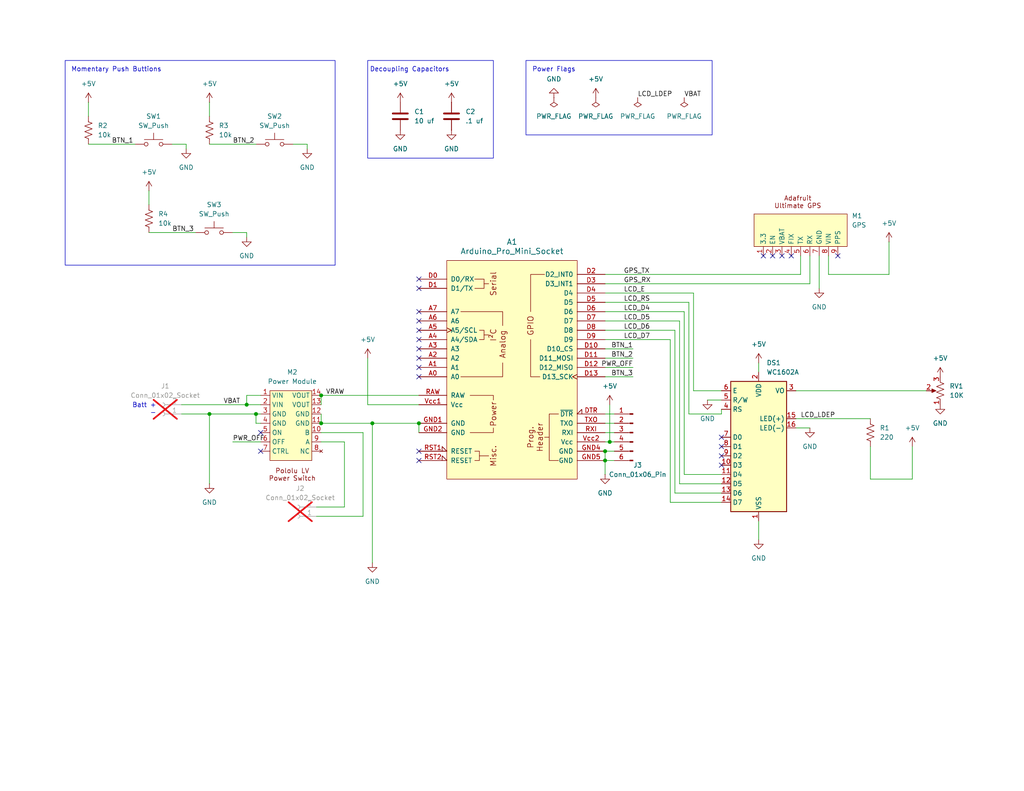
<source format=kicad_sch>
(kicad_sch
	(version 20250114)
	(generator "eeschema")
	(generator_version "9.0")
	(uuid "175edf3d-4a2a-4fa2-a0a6-6a9d1e90367d")
	(paper "A")
	(title_block
		(title "Activity Tracker")
		(date "10/1/2025")
		(rev "V3")
		(company "Ziegen Ludwig")
	)
	(lib_symbols
		(symbol "Connector:Conn_01x02_Socket"
			(pin_names
				(offset 1.016)
				(hide yes)
			)
			(exclude_from_sim no)
			(in_bom yes)
			(on_board yes)
			(property "Reference" "J"
				(at 0 2.54 0)
				(effects
					(font
						(size 1.27 1.27)
					)
				)
			)
			(property "Value" "Conn_01x02_Socket"
				(at 0 -5.08 0)
				(effects
					(font
						(size 1.27 1.27)
					)
				)
			)
			(property "Footprint" ""
				(at 0 0 0)
				(effects
					(font
						(size 1.27 1.27)
					)
					(hide yes)
				)
			)
			(property "Datasheet" "~"
				(at 0 0 0)
				(effects
					(font
						(size 1.27 1.27)
					)
					(hide yes)
				)
			)
			(property "Description" "Generic connector, single row, 01x02, script generated"
				(at 0 0 0)
				(effects
					(font
						(size 1.27 1.27)
					)
					(hide yes)
				)
			)
			(property "ki_locked" ""
				(at 0 0 0)
				(effects
					(font
						(size 1.27 1.27)
					)
				)
			)
			(property "ki_keywords" "connector"
				(at 0 0 0)
				(effects
					(font
						(size 1.27 1.27)
					)
					(hide yes)
				)
			)
			(property "ki_fp_filters" "Connector*:*_1x??_*"
				(at 0 0 0)
				(effects
					(font
						(size 1.27 1.27)
					)
					(hide yes)
				)
			)
			(symbol "Conn_01x02_Socket_1_1"
				(polyline
					(pts
						(xy -1.27 0) (xy -0.508 0)
					)
					(stroke
						(width 0.1524)
						(type default)
					)
					(fill
						(type none)
					)
				)
				(polyline
					(pts
						(xy -1.27 -2.54) (xy -0.508 -2.54)
					)
					(stroke
						(width 0.1524)
						(type default)
					)
					(fill
						(type none)
					)
				)
				(arc
					(start 0 -0.508)
					(mid -0.5058 0)
					(end 0 0.508)
					(stroke
						(width 0.1524)
						(type default)
					)
					(fill
						(type none)
					)
				)
				(arc
					(start 0 -3.048)
					(mid -0.5058 -2.54)
					(end 0 -2.032)
					(stroke
						(width 0.1524)
						(type default)
					)
					(fill
						(type none)
					)
				)
				(pin passive line
					(at -5.08 0 0)
					(length 3.81)
					(name "Pin_1"
						(effects
							(font
								(size 1.27 1.27)
							)
						)
					)
					(number "1"
						(effects
							(font
								(size 1.27 1.27)
							)
						)
					)
				)
				(pin passive line
					(at -5.08 -2.54 0)
					(length 3.81)
					(name "Pin_2"
						(effects
							(font
								(size 1.27 1.27)
							)
						)
					)
					(number "2"
						(effects
							(font
								(size 1.27 1.27)
							)
						)
					)
				)
			)
			(embedded_fonts no)
		)
		(symbol "Connector:Conn_01x06_Pin"
			(pin_names
				(offset 1.016)
				(hide yes)
			)
			(exclude_from_sim no)
			(in_bom yes)
			(on_board yes)
			(property "Reference" "J"
				(at 0 7.62 0)
				(effects
					(font
						(size 1.27 1.27)
					)
				)
			)
			(property "Value" "Conn_01x06_Pin"
				(at 0 -10.16 0)
				(effects
					(font
						(size 1.27 1.27)
					)
				)
			)
			(property "Footprint" ""
				(at 0 0 0)
				(effects
					(font
						(size 1.27 1.27)
					)
					(hide yes)
				)
			)
			(property "Datasheet" "~"
				(at 0 0 0)
				(effects
					(font
						(size 1.27 1.27)
					)
					(hide yes)
				)
			)
			(property "Description" "Generic connector, single row, 01x06, script generated"
				(at 0 0 0)
				(effects
					(font
						(size 1.27 1.27)
					)
					(hide yes)
				)
			)
			(property "ki_locked" ""
				(at 0 0 0)
				(effects
					(font
						(size 1.27 1.27)
					)
				)
			)
			(property "ki_keywords" "connector"
				(at 0 0 0)
				(effects
					(font
						(size 1.27 1.27)
					)
					(hide yes)
				)
			)
			(property "ki_fp_filters" "Connector*:*_1x??_*"
				(at 0 0 0)
				(effects
					(font
						(size 1.27 1.27)
					)
					(hide yes)
				)
			)
			(symbol "Conn_01x06_Pin_1_1"
				(rectangle
					(start 0.8636 5.207)
					(end 0 4.953)
					(stroke
						(width 0.1524)
						(type default)
					)
					(fill
						(type outline)
					)
				)
				(rectangle
					(start 0.8636 2.667)
					(end 0 2.413)
					(stroke
						(width 0.1524)
						(type default)
					)
					(fill
						(type outline)
					)
				)
				(rectangle
					(start 0.8636 0.127)
					(end 0 -0.127)
					(stroke
						(width 0.1524)
						(type default)
					)
					(fill
						(type outline)
					)
				)
				(rectangle
					(start 0.8636 -2.413)
					(end 0 -2.667)
					(stroke
						(width 0.1524)
						(type default)
					)
					(fill
						(type outline)
					)
				)
				(rectangle
					(start 0.8636 -4.953)
					(end 0 -5.207)
					(stroke
						(width 0.1524)
						(type default)
					)
					(fill
						(type outline)
					)
				)
				(rectangle
					(start 0.8636 -7.493)
					(end 0 -7.747)
					(stroke
						(width 0.1524)
						(type default)
					)
					(fill
						(type outline)
					)
				)
				(polyline
					(pts
						(xy 1.27 5.08) (xy 0.8636 5.08)
					)
					(stroke
						(width 0.1524)
						(type default)
					)
					(fill
						(type none)
					)
				)
				(polyline
					(pts
						(xy 1.27 2.54) (xy 0.8636 2.54)
					)
					(stroke
						(width 0.1524)
						(type default)
					)
					(fill
						(type none)
					)
				)
				(polyline
					(pts
						(xy 1.27 0) (xy 0.8636 0)
					)
					(stroke
						(width 0.1524)
						(type default)
					)
					(fill
						(type none)
					)
				)
				(polyline
					(pts
						(xy 1.27 -2.54) (xy 0.8636 -2.54)
					)
					(stroke
						(width 0.1524)
						(type default)
					)
					(fill
						(type none)
					)
				)
				(polyline
					(pts
						(xy 1.27 -5.08) (xy 0.8636 -5.08)
					)
					(stroke
						(width 0.1524)
						(type default)
					)
					(fill
						(type none)
					)
				)
				(polyline
					(pts
						(xy 1.27 -7.62) (xy 0.8636 -7.62)
					)
					(stroke
						(width 0.1524)
						(type default)
					)
					(fill
						(type none)
					)
				)
				(pin passive line
					(at 5.08 5.08 180)
					(length 3.81)
					(name "Pin_1"
						(effects
							(font
								(size 1.27 1.27)
							)
						)
					)
					(number "1"
						(effects
							(font
								(size 1.27 1.27)
							)
						)
					)
				)
				(pin passive line
					(at 5.08 2.54 180)
					(length 3.81)
					(name "Pin_2"
						(effects
							(font
								(size 1.27 1.27)
							)
						)
					)
					(number "2"
						(effects
							(font
								(size 1.27 1.27)
							)
						)
					)
				)
				(pin passive line
					(at 5.08 0 180)
					(length 3.81)
					(name "Pin_3"
						(effects
							(font
								(size 1.27 1.27)
							)
						)
					)
					(number "3"
						(effects
							(font
								(size 1.27 1.27)
							)
						)
					)
				)
				(pin passive line
					(at 5.08 -2.54 180)
					(length 3.81)
					(name "Pin_4"
						(effects
							(font
								(size 1.27 1.27)
							)
						)
					)
					(number "4"
						(effects
							(font
								(size 1.27 1.27)
							)
						)
					)
				)
				(pin passive line
					(at 5.08 -5.08 180)
					(length 3.81)
					(name "Pin_5"
						(effects
							(font
								(size 1.27 1.27)
							)
						)
					)
					(number "5"
						(effects
							(font
								(size 1.27 1.27)
							)
						)
					)
				)
				(pin passive line
					(at 5.08 -7.62 180)
					(length 3.81)
					(name "Pin_6"
						(effects
							(font
								(size 1.27 1.27)
							)
						)
					)
					(number "6"
						(effects
							(font
								(size 1.27 1.27)
							)
						)
					)
				)
			)
			(embedded_fonts no)
		)
		(symbol "Device:C"
			(pin_numbers
				(hide yes)
			)
			(pin_names
				(offset 0.254)
			)
			(exclude_from_sim no)
			(in_bom yes)
			(on_board yes)
			(property "Reference" "C"
				(at 0.635 2.54 0)
				(effects
					(font
						(size 1.27 1.27)
					)
					(justify left)
				)
			)
			(property "Value" "C"
				(at 0.635 -2.54 0)
				(effects
					(font
						(size 1.27 1.27)
					)
					(justify left)
				)
			)
			(property "Footprint" ""
				(at 0.9652 -3.81 0)
				(effects
					(font
						(size 1.27 1.27)
					)
					(hide yes)
				)
			)
			(property "Datasheet" "~"
				(at 0 0 0)
				(effects
					(font
						(size 1.27 1.27)
					)
					(hide yes)
				)
			)
			(property "Description" "Unpolarized capacitor"
				(at 0 0 0)
				(effects
					(font
						(size 1.27 1.27)
					)
					(hide yes)
				)
			)
			(property "ki_keywords" "cap capacitor"
				(at 0 0 0)
				(effects
					(font
						(size 1.27 1.27)
					)
					(hide yes)
				)
			)
			(property "ki_fp_filters" "C_*"
				(at 0 0 0)
				(effects
					(font
						(size 1.27 1.27)
					)
					(hide yes)
				)
			)
			(symbol "C_0_1"
				(polyline
					(pts
						(xy -2.032 0.762) (xy 2.032 0.762)
					)
					(stroke
						(width 0.508)
						(type default)
					)
					(fill
						(type none)
					)
				)
				(polyline
					(pts
						(xy -2.032 -0.762) (xy 2.032 -0.762)
					)
					(stroke
						(width 0.508)
						(type default)
					)
					(fill
						(type none)
					)
				)
			)
			(symbol "C_1_1"
				(pin passive line
					(at 0 3.81 270)
					(length 2.794)
					(name "~"
						(effects
							(font
								(size 1.27 1.27)
							)
						)
					)
					(number "1"
						(effects
							(font
								(size 1.27 1.27)
							)
						)
					)
				)
				(pin passive line
					(at 0 -3.81 90)
					(length 2.794)
					(name "~"
						(effects
							(font
								(size 1.27 1.27)
							)
						)
					)
					(number "2"
						(effects
							(font
								(size 1.27 1.27)
							)
						)
					)
				)
			)
			(embedded_fonts no)
		)
		(symbol "Device:R_Potentiometer_US"
			(pin_names
				(offset 1.016)
				(hide yes)
			)
			(exclude_from_sim no)
			(in_bom yes)
			(on_board yes)
			(property "Reference" "RV"
				(at -4.445 0 90)
				(effects
					(font
						(size 1.27 1.27)
					)
				)
			)
			(property "Value" "R_Potentiometer_US"
				(at -2.54 0 90)
				(effects
					(font
						(size 1.27 1.27)
					)
				)
			)
			(property "Footprint" ""
				(at 0 0 0)
				(effects
					(font
						(size 1.27 1.27)
					)
					(hide yes)
				)
			)
			(property "Datasheet" "~"
				(at 0 0 0)
				(effects
					(font
						(size 1.27 1.27)
					)
					(hide yes)
				)
			)
			(property "Description" "Potentiometer, US symbol"
				(at 0 0 0)
				(effects
					(font
						(size 1.27 1.27)
					)
					(hide yes)
				)
			)
			(property "ki_keywords" "resistor variable"
				(at 0 0 0)
				(effects
					(font
						(size 1.27 1.27)
					)
					(hide yes)
				)
			)
			(property "ki_fp_filters" "Potentiometer*"
				(at 0 0 0)
				(effects
					(font
						(size 1.27 1.27)
					)
					(hide yes)
				)
			)
			(symbol "R_Potentiometer_US_0_1"
				(polyline
					(pts
						(xy 0 2.54) (xy 0 2.286)
					)
					(stroke
						(width 0)
						(type default)
					)
					(fill
						(type none)
					)
				)
				(polyline
					(pts
						(xy 0 2.286) (xy 1.016 1.905) (xy 0 1.524) (xy -1.016 1.143) (xy 0 0.762)
					)
					(stroke
						(width 0)
						(type default)
					)
					(fill
						(type none)
					)
				)
				(polyline
					(pts
						(xy 0 0.762) (xy 1.016 0.381) (xy 0 0) (xy -1.016 -0.381) (xy 0 -0.762)
					)
					(stroke
						(width 0)
						(type default)
					)
					(fill
						(type none)
					)
				)
				(polyline
					(pts
						(xy 0 -0.762) (xy 1.016 -1.143) (xy 0 -1.524) (xy -1.016 -1.905) (xy 0 -2.286)
					)
					(stroke
						(width 0)
						(type default)
					)
					(fill
						(type none)
					)
				)
				(polyline
					(pts
						(xy 0 -2.286) (xy 0 -2.54)
					)
					(stroke
						(width 0)
						(type default)
					)
					(fill
						(type none)
					)
				)
				(polyline
					(pts
						(xy 1.143 0) (xy 2.286 0.508) (xy 2.286 -0.508) (xy 1.143 0)
					)
					(stroke
						(width 0)
						(type default)
					)
					(fill
						(type outline)
					)
				)
				(polyline
					(pts
						(xy 2.54 0) (xy 1.524 0)
					)
					(stroke
						(width 0)
						(type default)
					)
					(fill
						(type none)
					)
				)
			)
			(symbol "R_Potentiometer_US_1_1"
				(pin passive line
					(at 0 3.81 270)
					(length 1.27)
					(name "1"
						(effects
							(font
								(size 1.27 1.27)
							)
						)
					)
					(number "1"
						(effects
							(font
								(size 1.27 1.27)
							)
						)
					)
				)
				(pin passive line
					(at 0 -3.81 90)
					(length 1.27)
					(name "3"
						(effects
							(font
								(size 1.27 1.27)
							)
						)
					)
					(number "3"
						(effects
							(font
								(size 1.27 1.27)
							)
						)
					)
				)
				(pin passive line
					(at 3.81 0 180)
					(length 1.27)
					(name "2"
						(effects
							(font
								(size 1.27 1.27)
							)
						)
					)
					(number "2"
						(effects
							(font
								(size 1.27 1.27)
							)
						)
					)
				)
			)
			(embedded_fonts no)
		)
		(symbol "Device:R_US"
			(pin_numbers
				(hide yes)
			)
			(pin_names
				(offset 0)
			)
			(exclude_from_sim no)
			(in_bom yes)
			(on_board yes)
			(property "Reference" "R"
				(at 2.54 0 90)
				(effects
					(font
						(size 1.27 1.27)
					)
				)
			)
			(property "Value" "R_US"
				(at -2.54 0 90)
				(effects
					(font
						(size 1.27 1.27)
					)
				)
			)
			(property "Footprint" ""
				(at 1.016 -0.254 90)
				(effects
					(font
						(size 1.27 1.27)
					)
					(hide yes)
				)
			)
			(property "Datasheet" "~"
				(at 0 0 0)
				(effects
					(font
						(size 1.27 1.27)
					)
					(hide yes)
				)
			)
			(property "Description" "Resistor, US symbol"
				(at 0 0 0)
				(effects
					(font
						(size 1.27 1.27)
					)
					(hide yes)
				)
			)
			(property "ki_keywords" "R res resistor"
				(at 0 0 0)
				(effects
					(font
						(size 1.27 1.27)
					)
					(hide yes)
				)
			)
			(property "ki_fp_filters" "R_*"
				(at 0 0 0)
				(effects
					(font
						(size 1.27 1.27)
					)
					(hide yes)
				)
			)
			(symbol "R_US_0_1"
				(polyline
					(pts
						(xy 0 2.286) (xy 0 2.54)
					)
					(stroke
						(width 0)
						(type default)
					)
					(fill
						(type none)
					)
				)
				(polyline
					(pts
						(xy 0 2.286) (xy 1.016 1.905) (xy 0 1.524) (xy -1.016 1.143) (xy 0 0.762)
					)
					(stroke
						(width 0)
						(type default)
					)
					(fill
						(type none)
					)
				)
				(polyline
					(pts
						(xy 0 0.762) (xy 1.016 0.381) (xy 0 0) (xy -1.016 -0.381) (xy 0 -0.762)
					)
					(stroke
						(width 0)
						(type default)
					)
					(fill
						(type none)
					)
				)
				(polyline
					(pts
						(xy 0 -0.762) (xy 1.016 -1.143) (xy 0 -1.524) (xy -1.016 -1.905) (xy 0 -2.286)
					)
					(stroke
						(width 0)
						(type default)
					)
					(fill
						(type none)
					)
				)
				(polyline
					(pts
						(xy 0 -2.286) (xy 0 -2.54)
					)
					(stroke
						(width 0)
						(type default)
					)
					(fill
						(type none)
					)
				)
			)
			(symbol "R_US_1_1"
				(pin passive line
					(at 0 3.81 270)
					(length 1.27)
					(name "~"
						(effects
							(font
								(size 1.27 1.27)
							)
						)
					)
					(number "1"
						(effects
							(font
								(size 1.27 1.27)
							)
						)
					)
				)
				(pin passive line
					(at 0 -3.81 90)
					(length 1.27)
					(name "~"
						(effects
							(font
								(size 1.27 1.27)
							)
						)
					)
					(number "2"
						(effects
							(font
								(size 1.27 1.27)
							)
						)
					)
				)
			)
			(embedded_fonts no)
		)
		(symbol "Display_Character:WC1602A"
			(exclude_from_sim no)
			(in_bom yes)
			(on_board yes)
			(property "Reference" "DS"
				(at -5.842 19.05 0)
				(effects
					(font
						(size 1.27 1.27)
					)
				)
			)
			(property "Value" "WC1602A"
				(at 5.334 19.05 0)
				(effects
					(font
						(size 1.27 1.27)
					)
				)
			)
			(property "Footprint" "Display:WC1602A"
				(at 0 -22.86 0)
				(effects
					(font
						(size 1.27 1.27)
						(italic yes)
					)
					(hide yes)
				)
			)
			(property "Datasheet" "http://www.wincomlcd.com/pdf/WC1602A-SFYLYHTC06.pdf"
				(at 17.78 0 0)
				(effects
					(font
						(size 1.27 1.27)
					)
					(hide yes)
				)
			)
			(property "Description" "LCD 16x2 Alphanumeric , 8 bit parallel bus, 5V VDD"
				(at 0 0 0)
				(effects
					(font
						(size 1.27 1.27)
					)
					(hide yes)
				)
			)
			(property "ki_keywords" "display LCD dot-matrix"
				(at 0 0 0)
				(effects
					(font
						(size 1.27 1.27)
					)
					(hide yes)
				)
			)
			(property "ki_fp_filters" "*WC*1602A*"
				(at 0 0 0)
				(effects
					(font
						(size 1.27 1.27)
					)
					(hide yes)
				)
			)
			(symbol "WC1602A_1_1"
				(rectangle
					(start -7.62 17.78)
					(end 7.62 -17.78)
					(stroke
						(width 0.254)
						(type default)
					)
					(fill
						(type background)
					)
				)
				(pin input line
					(at -10.16 15.24 0)
					(length 2.54)
					(name "E"
						(effects
							(font
								(size 1.27 1.27)
							)
						)
					)
					(number "6"
						(effects
							(font
								(size 1.27 1.27)
							)
						)
					)
				)
				(pin input line
					(at -10.16 12.7 0)
					(length 2.54)
					(name "R/W"
						(effects
							(font
								(size 1.27 1.27)
							)
						)
					)
					(number "5"
						(effects
							(font
								(size 1.27 1.27)
							)
						)
					)
				)
				(pin input line
					(at -10.16 10.16 0)
					(length 2.54)
					(name "RS"
						(effects
							(font
								(size 1.27 1.27)
							)
						)
					)
					(number "4"
						(effects
							(font
								(size 1.27 1.27)
							)
						)
					)
				)
				(pin input line
					(at -10.16 2.54 0)
					(length 2.54)
					(name "D0"
						(effects
							(font
								(size 1.27 1.27)
							)
						)
					)
					(number "7"
						(effects
							(font
								(size 1.27 1.27)
							)
						)
					)
				)
				(pin input line
					(at -10.16 0 0)
					(length 2.54)
					(name "D1"
						(effects
							(font
								(size 1.27 1.27)
							)
						)
					)
					(number "8"
						(effects
							(font
								(size 1.27 1.27)
							)
						)
					)
				)
				(pin input line
					(at -10.16 -2.54 0)
					(length 2.54)
					(name "D2"
						(effects
							(font
								(size 1.27 1.27)
							)
						)
					)
					(number "9"
						(effects
							(font
								(size 1.27 1.27)
							)
						)
					)
				)
				(pin input line
					(at -10.16 -5.08 0)
					(length 2.54)
					(name "D3"
						(effects
							(font
								(size 1.27 1.27)
							)
						)
					)
					(number "10"
						(effects
							(font
								(size 1.27 1.27)
							)
						)
					)
				)
				(pin input line
					(at -10.16 -7.62 0)
					(length 2.54)
					(name "D4"
						(effects
							(font
								(size 1.27 1.27)
							)
						)
					)
					(number "11"
						(effects
							(font
								(size 1.27 1.27)
							)
						)
					)
				)
				(pin input line
					(at -10.16 -10.16 0)
					(length 2.54)
					(name "D5"
						(effects
							(font
								(size 1.27 1.27)
							)
						)
					)
					(number "12"
						(effects
							(font
								(size 1.27 1.27)
							)
						)
					)
				)
				(pin input line
					(at -10.16 -12.7 0)
					(length 2.54)
					(name "D6"
						(effects
							(font
								(size 1.27 1.27)
							)
						)
					)
					(number "13"
						(effects
							(font
								(size 1.27 1.27)
							)
						)
					)
				)
				(pin input line
					(at -10.16 -15.24 0)
					(length 2.54)
					(name "D7"
						(effects
							(font
								(size 1.27 1.27)
							)
						)
					)
					(number "14"
						(effects
							(font
								(size 1.27 1.27)
							)
						)
					)
				)
				(pin power_in line
					(at 0 20.32 270)
					(length 2.54)
					(name "VDD"
						(effects
							(font
								(size 1.27 1.27)
							)
						)
					)
					(number "2"
						(effects
							(font
								(size 1.27 1.27)
							)
						)
					)
				)
				(pin power_in line
					(at 0 -20.32 90)
					(length 2.54)
					(name "VSS"
						(effects
							(font
								(size 1.27 1.27)
							)
						)
					)
					(number "1"
						(effects
							(font
								(size 1.27 1.27)
							)
						)
					)
				)
				(pin input line
					(at 10.16 15.24 180)
					(length 2.54)
					(name "VO"
						(effects
							(font
								(size 1.27 1.27)
							)
						)
					)
					(number "3"
						(effects
							(font
								(size 1.27 1.27)
							)
						)
					)
				)
				(pin power_in line
					(at 10.16 7.62 180)
					(length 2.54)
					(name "LED(+)"
						(effects
							(font
								(size 1.27 1.27)
							)
						)
					)
					(number "15"
						(effects
							(font
								(size 1.27 1.27)
							)
						)
					)
				)
				(pin power_in line
					(at 10.16 5.08 180)
					(length 2.54)
					(name "LED(-)"
						(effects
							(font
								(size 1.27 1.27)
							)
						)
					)
					(number "16"
						(effects
							(font
								(size 1.27 1.27)
							)
						)
					)
				)
			)
			(embedded_fonts no)
		)
		(symbol "Switch:SW_Push"
			(pin_numbers
				(hide yes)
			)
			(pin_names
				(offset 1.016)
				(hide yes)
			)
			(exclude_from_sim no)
			(in_bom yes)
			(on_board yes)
			(property "Reference" "SW"
				(at 1.27 2.54 0)
				(effects
					(font
						(size 1.27 1.27)
					)
					(justify left)
				)
			)
			(property "Value" "SW_Push"
				(at 0 -1.524 0)
				(effects
					(font
						(size 1.27 1.27)
					)
				)
			)
			(property "Footprint" ""
				(at 0 5.08 0)
				(effects
					(font
						(size 1.27 1.27)
					)
					(hide yes)
				)
			)
			(property "Datasheet" "~"
				(at 0 5.08 0)
				(effects
					(font
						(size 1.27 1.27)
					)
					(hide yes)
				)
			)
			(property "Description" "Push button switch, generic, two pins"
				(at 0 0 0)
				(effects
					(font
						(size 1.27 1.27)
					)
					(hide yes)
				)
			)
			(property "ki_keywords" "switch normally-open pushbutton push-button"
				(at 0 0 0)
				(effects
					(font
						(size 1.27 1.27)
					)
					(hide yes)
				)
			)
			(symbol "SW_Push_0_1"
				(circle
					(center -2.032 0)
					(radius 0.508)
					(stroke
						(width 0)
						(type default)
					)
					(fill
						(type none)
					)
				)
				(polyline
					(pts
						(xy 0 1.27) (xy 0 3.048)
					)
					(stroke
						(width 0)
						(type default)
					)
					(fill
						(type none)
					)
				)
				(circle
					(center 2.032 0)
					(radius 0.508)
					(stroke
						(width 0)
						(type default)
					)
					(fill
						(type none)
					)
				)
				(polyline
					(pts
						(xy 2.54 1.27) (xy -2.54 1.27)
					)
					(stroke
						(width 0)
						(type default)
					)
					(fill
						(type none)
					)
				)
				(pin passive line
					(at -5.08 0 0)
					(length 2.54)
					(name "1"
						(effects
							(font
								(size 1.27 1.27)
							)
						)
					)
					(number "1"
						(effects
							(font
								(size 1.27 1.27)
							)
						)
					)
				)
				(pin passive line
					(at 5.08 0 180)
					(length 2.54)
					(name "2"
						(effects
							(font
								(size 1.27 1.27)
							)
						)
					)
					(number "2"
						(effects
							(font
								(size 1.27 1.27)
							)
						)
					)
				)
			)
			(embedded_fonts no)
		)
		(symbol "arduino-library:Arduino_Pro_Mini_Socket"
			(pin_names
				(offset 1.016)
			)
			(exclude_from_sim no)
			(in_bom yes)
			(on_board yes)
			(property "Reference" "A"
				(at 0 36.83 0)
				(effects
					(font
						(size 1.524 1.524)
					)
				)
			)
			(property "Value" "Arduino_Pro_Mini_Socket"
				(at 0 33.02 0)
				(effects
					(font
						(size 1.524 1.524)
					)
				)
			)
			(property "Footprint" "PCM_arduino-library:Arduino_Pro_Mini_Socket"
				(at 0 -36.83 0)
				(effects
					(font
						(size 1.524 1.524)
					)
					(hide yes)
				)
			)
			(property "Datasheet" "https://docs.arduino.cc/retired/boards/arduino-pro-mini"
				(at 0 -33.02 0)
				(effects
					(font
						(size 1.524 1.524)
					)
					(hide yes)
				)
			)
			(property "Description" "Socket for Arduino Pro Mini"
				(at 0 0 0)
				(effects
					(font
						(size 1.27 1.27)
					)
					(hide yes)
				)
			)
			(property "ki_keywords" "Arduino MPU Shield"
				(at 0 0 0)
				(effects
					(font
						(size 1.27 1.27)
					)
					(hide yes)
				)
			)
			(property "ki_fp_filters" "Arduino_Pro_Mini_Socket"
				(at 0 0 0)
				(effects
					(font
						(size 1.27 1.27)
					)
					(hide yes)
				)
			)
			(symbol "Arduino_Pro_Mini_Socket_0_0"
				(rectangle
					(start -17.78 30.48)
					(end 17.78 -29.21)
					(stroke
						(width 0)
						(type default)
					)
					(fill
						(type background)
					)
				)
				(polyline
					(pts
						(xy -11.43 -16.51) (xy -5.08 -16.51) (xy -5.08 -15.24)
					)
					(stroke
						(width 0)
						(type default)
					)
					(fill
						(type none)
					)
				)
				(polyline
					(pts
						(xy -10.16 25.4) (xy -7.62 25.4) (xy -7.62 22.86) (xy -10.16 22.86)
					)
					(stroke
						(width 0)
						(type default)
					)
					(fill
						(type none)
					)
				)
				(polyline
					(pts
						(xy -8.89 11.43) (xy -7.62 11.43) (xy -7.62 8.89) (xy -8.89 8.89)
					)
					(stroke
						(width 0)
						(type default)
					)
					(fill
						(type none)
					)
				)
				(polyline
					(pts
						(xy -7.62 24.13) (xy -6.35 24.13)
					)
					(stroke
						(width 0)
						(type default)
					)
					(fill
						(type none)
					)
				)
				(polyline
					(pts
						(xy -7.62 10.16) (xy -6.35 10.16)
					)
					(stroke
						(width 0)
						(type default)
					)
					(fill
						(type none)
					)
				)
				(polyline
					(pts
						(xy -6.35 -22.86) (xy -8.89 -22.86)
					)
					(stroke
						(width 0)
						(type default)
					)
					(fill
						(type none)
					)
				)
				(polyline
					(pts
						(xy -5.08 -7.62) (xy -5.08 -6.35) (xy -11.43 -6.35)
					)
					(stroke
						(width 0)
						(type default)
					)
					(fill
						(type none)
					)
				)
				(polyline
					(pts
						(xy -2.54 12.7) (xy -2.54 16.51) (xy -13.97 16.51)
					)
					(stroke
						(width 0)
						(type default)
					)
					(fill
						(type none)
					)
				)
				(polyline
					(pts
						(xy -2.54 2.54) (xy -2.54 -1.27) (xy -13.97 -1.27)
					)
					(stroke
						(width 0)
						(type default)
					)
					(fill
						(type none)
					)
				)
				(polyline
					(pts
						(xy 12.7 -11.43) (xy 10.16 -11.43) (xy 10.16 -16.51) (xy 10.16 -17.78) (xy 8.89 -17.78) (xy 10.16 -17.78)
						(xy 10.16 -24.13) (xy 12.7 -24.13)
					)
					(stroke
						(width 0)
						(type default)
					)
					(fill
						(type none)
					)
				)
				(text "Serial"
					(at -5.08 24.13 900)
					(effects
						(font
							(size 1.524 1.524)
						)
					)
				)
				(text "I²C"
					(at -5.08 10.16 900)
					(effects
						(font
							(size 1.524 1.524)
						)
					)
				)
				(text "Power"
					(at -5.08 -11.43 900)
					(effects
						(font
							(size 1.524 1.524)
						)
					)
				)
				(text "Misc."
					(at -5.08 -22.86 900)
					(effects
						(font
							(size 1.524 1.524)
						)
					)
				)
				(text "Analog"
					(at -2.54 7.62 900)
					(effects
						(font
							(size 1.524 1.524)
						)
					)
				)
				(text "Prog."
					(at 5.08 -17.78 900)
					(effects
						(font
							(size 1.524 1.524)
						)
					)
				)
				(text "Header"
					(at 7.62 -17.78 900)
					(effects
						(font
							(size 1.524 1.524)
						)
					)
				)
			)
			(symbol "Arduino_Pro_Mini_Socket_0_1"
				(polyline
					(pts
						(xy -10.16 -24.13) (xy -8.89 -24.13) (xy -8.89 -21.59) (xy -10.16 -21.59)
					)
					(stroke
						(width 0)
						(type default)
					)
					(fill
						(type none)
					)
				)
				(polyline
					(pts
						(xy 7.62 -1.27) (xy 5.08 -1.27) (xy 5.08 8.89)
					)
					(stroke
						(width 0)
						(type default)
					)
					(fill
						(type none)
					)
				)
				(polyline
					(pts
						(xy 8.89 26.67) (xy 5.08 26.67) (xy 5.08 16.51)
					)
					(stroke
						(width 0)
						(type default)
					)
					(fill
						(type none)
					)
				)
			)
			(symbol "Arduino_Pro_Mini_Socket_1_0"
				(text "GPIO"
					(at 5.08 12.7 900)
					(effects
						(font
							(size 1.524 1.524)
						)
					)
				)
			)
			(symbol "Arduino_Pro_Mini_Socket_1_1"
				(pin bidirectional line
					(at -25.4 25.4 0)
					(length 7.62)
					(name "D0/RX"
						(effects
							(font
								(size 1.27 1.27)
							)
						)
					)
					(number "D0"
						(effects
							(font
								(size 1.27 1.27)
							)
						)
					)
				)
				(pin bidirectional line
					(at -25.4 22.86 0)
					(length 7.62)
					(name "D1/TX"
						(effects
							(font
								(size 1.27 1.27)
							)
						)
					)
					(number "D1"
						(effects
							(font
								(size 1.27 1.27)
							)
						)
					)
				)
				(pin input line
					(at -25.4 16.51 0)
					(length 7.62)
					(name "A7"
						(effects
							(font
								(size 1.27 1.27)
							)
						)
					)
					(number "A7"
						(effects
							(font
								(size 1.27 1.27)
							)
						)
					)
				)
				(pin input line
					(at -25.4 13.97 0)
					(length 7.62)
					(name "A6"
						(effects
							(font
								(size 1.27 1.27)
							)
						)
					)
					(number "A6"
						(effects
							(font
								(size 1.27 1.27)
							)
						)
					)
				)
				(pin bidirectional clock
					(at -25.4 11.43 0)
					(length 7.62)
					(name "A5/SCL"
						(effects
							(font
								(size 1.27 1.27)
							)
						)
					)
					(number "A5"
						(effects
							(font
								(size 1.27 1.27)
							)
						)
					)
				)
				(pin bidirectional line
					(at -25.4 8.89 0)
					(length 7.62)
					(name "A4/SDA"
						(effects
							(font
								(size 1.27 1.27)
							)
						)
					)
					(number "A4"
						(effects
							(font
								(size 1.27 1.27)
							)
						)
					)
				)
				(pin bidirectional line
					(at -25.4 6.35 0)
					(length 7.62)
					(name "A3"
						(effects
							(font
								(size 1.27 1.27)
							)
						)
					)
					(number "A3"
						(effects
							(font
								(size 1.27 1.27)
							)
						)
					)
				)
				(pin bidirectional line
					(at -25.4 3.81 0)
					(length 7.62)
					(name "A2"
						(effects
							(font
								(size 1.27 1.27)
							)
						)
					)
					(number "A2"
						(effects
							(font
								(size 1.27 1.27)
							)
						)
					)
				)
				(pin bidirectional line
					(at -25.4 1.27 0)
					(length 7.62)
					(name "A1"
						(effects
							(font
								(size 1.27 1.27)
							)
						)
					)
					(number "A1"
						(effects
							(font
								(size 1.27 1.27)
							)
						)
					)
				)
				(pin bidirectional line
					(at -25.4 -1.27 0)
					(length 7.62)
					(name "A0"
						(effects
							(font
								(size 1.27 1.27)
							)
						)
					)
					(number "A0"
						(effects
							(font
								(size 1.27 1.27)
							)
						)
					)
				)
				(pin power_in line
					(at -25.4 -6.35 0)
					(length 7.62)
					(name "RAW"
						(effects
							(font
								(size 1.27 1.27)
							)
						)
					)
					(number "RAW"
						(effects
							(font
								(size 1.27 1.27)
							)
						)
					)
				)
				(pin power_in line
					(at -25.4 -8.89 0)
					(length 7.62)
					(name "Vcc"
						(effects
							(font
								(size 1.27 1.27)
							)
						)
					)
					(number "Vcc1"
						(effects
							(font
								(size 1.27 1.27)
							)
						)
					)
				)
				(pin power_in line
					(at -25.4 -13.97 0)
					(length 7.62)
					(name "GND"
						(effects
							(font
								(size 1.27 1.27)
							)
						)
					)
					(number "GND1"
						(effects
							(font
								(size 1.27 1.27)
							)
						)
					)
				)
				(pin power_in line
					(at -25.4 -16.51 0)
					(length 7.62)
					(name "GND"
						(effects
							(font
								(size 1.27 1.27)
							)
						)
					)
					(number "GND2"
						(effects
							(font
								(size 1.27 1.27)
							)
						)
					)
				)
				(pin open_collector input_low
					(at -25.4 -21.59 0)
					(length 7.62)
					(name "RESET"
						(effects
							(font
								(size 1.27 1.27)
							)
						)
					)
					(number "RST1"
						(effects
							(font
								(size 1.27 1.27)
							)
						)
					)
				)
				(pin open_collector input_low
					(at -25.4 -24.13 0)
					(length 7.62)
					(name "RESET"
						(effects
							(font
								(size 1.27 1.27)
							)
						)
					)
					(number "RST2"
						(effects
							(font
								(size 1.27 1.27)
							)
						)
					)
				)
				(pin bidirectional line
					(at 25.4 26.67 180)
					(length 7.62)
					(name "D2_INT0"
						(effects
							(font
								(size 1.27 1.27)
							)
						)
					)
					(number "D2"
						(effects
							(font
								(size 1.27 1.27)
							)
						)
					)
				)
				(pin bidirectional line
					(at 25.4 24.13 180)
					(length 7.62)
					(name "D3_INT1"
						(effects
							(font
								(size 1.27 1.27)
							)
						)
					)
					(number "D3"
						(effects
							(font
								(size 1.27 1.27)
							)
						)
					)
				)
				(pin bidirectional line
					(at 25.4 21.59 180)
					(length 7.62)
					(name "D4"
						(effects
							(font
								(size 1.27 1.27)
							)
						)
					)
					(number "D4"
						(effects
							(font
								(size 1.27 1.27)
							)
						)
					)
				)
				(pin bidirectional line
					(at 25.4 19.05 180)
					(length 7.62)
					(name "D5"
						(effects
							(font
								(size 1.27 1.27)
							)
						)
					)
					(number "D5"
						(effects
							(font
								(size 1.27 1.27)
							)
						)
					)
				)
				(pin bidirectional line
					(at 25.4 16.51 180)
					(length 7.62)
					(name "D6"
						(effects
							(font
								(size 1.27 1.27)
							)
						)
					)
					(number "D6"
						(effects
							(font
								(size 1.27 1.27)
							)
						)
					)
				)
				(pin bidirectional line
					(at 25.4 13.97 180)
					(length 7.62)
					(name "D7"
						(effects
							(font
								(size 1.27 1.27)
							)
						)
					)
					(number "D7"
						(effects
							(font
								(size 1.27 1.27)
							)
						)
					)
				)
				(pin bidirectional line
					(at 25.4 11.43 180)
					(length 7.62)
					(name "D8"
						(effects
							(font
								(size 1.27 1.27)
							)
						)
					)
					(number "D8"
						(effects
							(font
								(size 1.27 1.27)
							)
						)
					)
				)
				(pin bidirectional line
					(at 25.4 8.89 180)
					(length 7.62)
					(name "D9"
						(effects
							(font
								(size 1.27 1.27)
							)
						)
					)
					(number "D9"
						(effects
							(font
								(size 1.27 1.27)
							)
						)
					)
				)
				(pin bidirectional line
					(at 25.4 6.35 180)
					(length 7.62)
					(name "D10_CS"
						(effects
							(font
								(size 1.27 1.27)
							)
						)
					)
					(number "D10"
						(effects
							(font
								(size 1.27 1.27)
							)
						)
					)
				)
				(pin bidirectional line
					(at 25.4 3.81 180)
					(length 7.62)
					(name "D11_MOSI"
						(effects
							(font
								(size 1.27 1.27)
							)
						)
					)
					(number "D11"
						(effects
							(font
								(size 1.27 1.27)
							)
						)
					)
				)
				(pin bidirectional line
					(at 25.4 1.27 180)
					(length 7.62)
					(name "D12_MISO"
						(effects
							(font
								(size 1.27 1.27)
							)
						)
					)
					(number "D12"
						(effects
							(font
								(size 1.27 1.27)
							)
						)
					)
				)
				(pin bidirectional clock
					(at 25.4 -1.27 180)
					(length 7.62)
					(name "D13_SCK"
						(effects
							(font
								(size 1.27 1.27)
							)
						)
					)
					(number "D13"
						(effects
							(font
								(size 1.27 1.27)
							)
						)
					)
				)
				(pin input input_low
					(at 25.4 -11.43 180)
					(length 7.62)
					(name "~{DTR}"
						(effects
							(font
								(size 1.27 1.27)
							)
						)
					)
					(number "DTR"
						(effects
							(font
								(size 1.27 1.27)
							)
						)
					)
				)
				(pin output line
					(at 25.4 -13.97 180)
					(length 7.62)
					(name "TXO"
						(effects
							(font
								(size 1.27 1.27)
							)
						)
					)
					(number "TXO"
						(effects
							(font
								(size 1.27 1.27)
							)
						)
					)
				)
				(pin input line
					(at 25.4 -16.51 180)
					(length 7.62)
					(name "RXI"
						(effects
							(font
								(size 1.27 1.27)
							)
						)
					)
					(number "RXI"
						(effects
							(font
								(size 1.27 1.27)
							)
						)
					)
				)
				(pin power_in line
					(at 25.4 -19.05 180)
					(length 7.62)
					(name "Vcc"
						(effects
							(font
								(size 1.27 1.27)
							)
						)
					)
					(number "Vcc2"
						(effects
							(font
								(size 1.27 1.27)
							)
						)
					)
				)
				(pin power_in line
					(at 25.4 -21.59 180)
					(length 7.62)
					(name "GND"
						(effects
							(font
								(size 1.27 1.27)
							)
						)
					)
					(number "GND4"
						(effects
							(font
								(size 1.27 1.27)
							)
						)
					)
				)
				(pin power_in line
					(at 25.4 -24.13 180)
					(length 7.62)
					(name "GND"
						(effects
							(font
								(size 1.27 1.27)
							)
						)
					)
					(number "GND5"
						(effects
							(font
								(size 1.27 1.27)
							)
						)
					)
				)
			)
			(embedded_fonts no)
		)
		(symbol "gps_foot_me_gusta:Gps_Module"
			(exclude_from_sim no)
			(in_bom yes)
			(on_board yes)
			(property "Reference" "M"
				(at 26.924 7.874 0)
				(effects
					(font
						(size 1.27 1.27)
					)
				)
			)
			(property "Value" ""
				(at 0 0 0)
				(effects
					(font
						(size 1.27 1.27)
					)
				)
			)
			(property "Footprint" ""
				(at 0 0 0)
				(effects
					(font
						(size 1.27 1.27)
					)
					(hide yes)
				)
			)
			(property "Datasheet" ""
				(at 0 0 0)
				(effects
					(font
						(size 1.27 1.27)
					)
					(hide yes)
				)
			)
			(property "Description" ""
				(at 0 0 0)
				(effects
					(font
						(size 1.27 1.27)
					)
					(hide yes)
				)
			)
			(symbol "Gps_Module_1_1"
				(rectangle
					(start 0 8.89)
					(end 25.4 0)
					(stroke
						(width 0)
						(type solid)
					)
					(fill
						(type background)
					)
				)
				(text "Adafruit\nUltimate GPS"
					(at 11.938 12.192 0)
					(effects
						(font
							(size 1.27 1.27)
						)
					)
				)
				(pin power_out line
					(at 2.54 -2.54 90)
					(length 2.54)
					(name "3.3"
						(effects
							(font
								(size 1.27 1.27)
							)
						)
					)
					(number "1"
						(effects
							(font
								(size 1.27 1.27)
							)
						)
					)
				)
				(pin input line
					(at 5.08 -2.54 90)
					(length 2.54)
					(name "EN"
						(effects
							(font
								(size 1.27 1.27)
							)
						)
					)
					(number "2"
						(effects
							(font
								(size 1.27 1.27)
							)
						)
					)
				)
				(pin power_out line
					(at 7.62 -2.54 90)
					(length 2.54)
					(name "VBAT"
						(effects
							(font
								(size 1.27 1.27)
							)
						)
					)
					(number "3"
						(effects
							(font
								(size 1.27 1.27)
							)
						)
					)
				)
				(pin output line
					(at 10.16 -2.54 90)
					(length 2.54)
					(name "FIX"
						(effects
							(font
								(size 1.27 1.27)
							)
						)
					)
					(number "4"
						(effects
							(font
								(size 1.27 1.27)
							)
						)
					)
				)
				(pin output line
					(at 12.7 -2.54 90)
					(length 2.54)
					(name "TX"
						(effects
							(font
								(size 1.27 1.27)
							)
						)
					)
					(number "5"
						(effects
							(font
								(size 1.27 1.27)
							)
						)
					)
				)
				(pin input line
					(at 15.24 -2.54 90)
					(length 2.54)
					(name "RX"
						(effects
							(font
								(size 1.27 1.27)
							)
						)
					)
					(number "6"
						(effects
							(font
								(size 1.27 1.27)
							)
						)
					)
				)
				(pin power_in line
					(at 17.78 -2.54 90)
					(length 2.54)
					(name "GND"
						(effects
							(font
								(size 1.27 1.27)
							)
						)
					)
					(number "7"
						(effects
							(font
								(size 1.27 1.27)
							)
						)
					)
				)
				(pin power_in line
					(at 20.32 -2.54 90)
					(length 2.54)
					(name "VIN"
						(effects
							(font
								(size 1.27 1.27)
							)
						)
					)
					(number "8"
						(effects
							(font
								(size 1.27 1.27)
							)
						)
					)
				)
				(pin output line
					(at 22.86 -2.54 90)
					(length 2.54)
					(name "PPS"
						(effects
							(font
								(size 1.27 1.27)
							)
						)
					)
					(number "9"
						(effects
							(font
								(size 1.27 1.27)
							)
						)
					)
				)
			)
			(embedded_fonts no)
		)
		(symbol "gps_foot_me_gusta:Gps_mod"
			(exclude_from_sim no)
			(in_bom yes)
			(on_board yes)
			(property "Reference" "M"
				(at 13.208 20.066 0)
				(effects
					(font
						(size 1.27 1.27)
					)
				)
			)
			(property "Value" ""
				(at 0 0 0)
				(effects
					(font
						(size 1.27 1.27)
					)
				)
			)
			(property "Footprint" ""
				(at 0 0 0)
				(effects
					(font
						(size 1.27 1.27)
					)
					(hide yes)
				)
			)
			(property "Datasheet" ""
				(at 0 0 0)
				(effects
					(font
						(size 1.27 1.27)
					)
					(hide yes)
				)
			)
			(property "Description" ""
				(at 0 0 0)
				(effects
					(font
						(size 1.27 1.27)
					)
					(hide yes)
				)
			)
			(symbol "Gps_mod_1_1"
				(rectangle
					(start 0 19.05)
					(end 11.43 0)
					(stroke
						(width 0)
						(type solid)
					)
					(fill
						(type color)
						(color 255 255 194 1)
					)
				)
				(text "Pololu LV\nPower Switch"
					(at 5.334 22.86 0)
					(effects
						(font
							(size 1.27 1.27)
						)
					)
				)
				(pin no_connect line
					(at -2.54 16.51 0)
					(length 2.54)
					(name "NC"
						(effects
							(font
								(size 1.27 1.27)
							)
						)
					)
					(number "8"
						(effects
							(font
								(size 1.27 1.27)
							)
						)
					)
				)
				(pin input line
					(at -2.54 13.97 0)
					(length 2.54)
					(name "A"
						(effects
							(font
								(size 1.27 1.27)
							)
						)
					)
					(number "9"
						(effects
							(font
								(size 1.27 1.27)
							)
						)
					)
				)
				(pin input line
					(at -2.54 11.43 0)
					(length 2.54)
					(name "B"
						(effects
							(font
								(size 1.27 1.27)
							)
						)
					)
					(number "10"
						(effects
							(font
								(size 1.27 1.27)
							)
						)
					)
				)
				(pin power_in line
					(at -2.54 8.89 0)
					(length 2.54)
					(name "GND"
						(effects
							(font
								(size 1.27 1.27)
							)
						)
					)
					(number "11"
						(effects
							(font
								(size 1.27 1.27)
							)
						)
					)
				)
				(pin power_in line
					(at -2.54 6.35 0)
					(length 2.54)
					(name "GND"
						(effects
							(font
								(size 1.27 1.27)
							)
						)
					)
					(number "12"
						(effects
							(font
								(size 1.27 1.27)
							)
						)
					)
				)
				(pin power_out line
					(at -2.54 3.81 0)
					(length 2.54)
					(name "VOUT"
						(effects
							(font
								(size 1.27 1.27)
							)
						)
					)
					(number "13"
						(effects
							(font
								(size 1.27 1.27)
							)
						)
					)
				)
				(pin passive line
					(at -2.54 1.27 0)
					(length 2.54)
					(name "VOUT"
						(effects
							(font
								(size 1.27 1.27)
							)
						)
					)
					(number "14"
						(effects
							(font
								(size 1.27 1.27)
							)
						)
					)
				)
				(pin input line
					(at 13.97 16.51 180)
					(length 2.54)
					(name "CTRL"
						(effects
							(font
								(size 1.27 1.27)
							)
						)
					)
					(number "7"
						(effects
							(font
								(size 1.27 1.27)
							)
						)
					)
				)
				(pin input line
					(at 13.97 13.97 180)
					(length 2.54)
					(name "OFF"
						(effects
							(font
								(size 1.27 1.27)
							)
						)
					)
					(number "6"
						(effects
							(font
								(size 1.27 1.27)
							)
						)
					)
				)
				(pin input line
					(at 13.97 11.43 180)
					(length 2.54)
					(name "ON"
						(effects
							(font
								(size 1.27 1.27)
							)
						)
					)
					(number "5"
						(effects
							(font
								(size 1.27 1.27)
							)
						)
					)
				)
				(pin power_in line
					(at 13.97 8.89 180)
					(length 2.54)
					(name "GND"
						(effects
							(font
								(size 1.27 1.27)
							)
						)
					)
					(number "4"
						(effects
							(font
								(size 1.27 1.27)
							)
						)
					)
				)
				(pin power_in line
					(at 13.97 6.35 180)
					(length 2.54)
					(name "GND"
						(effects
							(font
								(size 1.27 1.27)
							)
						)
					)
					(number "3"
						(effects
							(font
								(size 1.27 1.27)
							)
						)
					)
				)
				(pin power_in line
					(at 13.97 3.81 180)
					(length 2.54)
					(name "VIN"
						(effects
							(font
								(size 1.27 1.27)
							)
						)
					)
					(number "2"
						(effects
							(font
								(size 1.27 1.27)
							)
						)
					)
				)
				(pin power_in line
					(at 13.97 1.27 180)
					(length 2.54)
					(name "VIN"
						(effects
							(font
								(size 1.27 1.27)
							)
						)
					)
					(number "1"
						(effects
							(font
								(size 1.27 1.27)
							)
						)
					)
				)
			)
			(embedded_fonts no)
		)
		(symbol "power:+5V"
			(power)
			(pin_numbers
				(hide yes)
			)
			(pin_names
				(offset 0)
				(hide yes)
			)
			(exclude_from_sim no)
			(in_bom yes)
			(on_board yes)
			(property "Reference" "#PWR"
				(at 0 -3.81 0)
				(effects
					(font
						(size 1.27 1.27)
					)
					(hide yes)
				)
			)
			(property "Value" "+5V"
				(at 0 3.556 0)
				(effects
					(font
						(size 1.27 1.27)
					)
				)
			)
			(property "Footprint" ""
				(at 0 0 0)
				(effects
					(font
						(size 1.27 1.27)
					)
					(hide yes)
				)
			)
			(property "Datasheet" ""
				(at 0 0 0)
				(effects
					(font
						(size 1.27 1.27)
					)
					(hide yes)
				)
			)
			(property "Description" "Power symbol creates a global label with name \"+5V\""
				(at 0 0 0)
				(effects
					(font
						(size 1.27 1.27)
					)
					(hide yes)
				)
			)
			(property "ki_keywords" "global power"
				(at 0 0 0)
				(effects
					(font
						(size 1.27 1.27)
					)
					(hide yes)
				)
			)
			(symbol "+5V_0_1"
				(polyline
					(pts
						(xy -0.762 1.27) (xy 0 2.54)
					)
					(stroke
						(width 0)
						(type default)
					)
					(fill
						(type none)
					)
				)
				(polyline
					(pts
						(xy 0 2.54) (xy 0.762 1.27)
					)
					(stroke
						(width 0)
						(type default)
					)
					(fill
						(type none)
					)
				)
				(polyline
					(pts
						(xy 0 0) (xy 0 2.54)
					)
					(stroke
						(width 0)
						(type default)
					)
					(fill
						(type none)
					)
				)
			)
			(symbol "+5V_1_1"
				(pin power_in line
					(at 0 0 90)
					(length 0)
					(name "~"
						(effects
							(font
								(size 1.27 1.27)
							)
						)
					)
					(number "1"
						(effects
							(font
								(size 1.27 1.27)
							)
						)
					)
				)
			)
			(embedded_fonts no)
		)
		(symbol "power:GND"
			(power)
			(pin_numbers
				(hide yes)
			)
			(pin_names
				(offset 0)
				(hide yes)
			)
			(exclude_from_sim no)
			(in_bom yes)
			(on_board yes)
			(property "Reference" "#PWR"
				(at 0 -6.35 0)
				(effects
					(font
						(size 1.27 1.27)
					)
					(hide yes)
				)
			)
			(property "Value" "GND"
				(at 0 -3.81 0)
				(effects
					(font
						(size 1.27 1.27)
					)
				)
			)
			(property "Footprint" ""
				(at 0 0 0)
				(effects
					(font
						(size 1.27 1.27)
					)
					(hide yes)
				)
			)
			(property "Datasheet" ""
				(at 0 0 0)
				(effects
					(font
						(size 1.27 1.27)
					)
					(hide yes)
				)
			)
			(property "Description" "Power symbol creates a global label with name \"GND\" , ground"
				(at 0 0 0)
				(effects
					(font
						(size 1.27 1.27)
					)
					(hide yes)
				)
			)
			(property "ki_keywords" "global power"
				(at 0 0 0)
				(effects
					(font
						(size 1.27 1.27)
					)
					(hide yes)
				)
			)
			(symbol "GND_0_1"
				(polyline
					(pts
						(xy 0 0) (xy 0 -1.27) (xy 1.27 -1.27) (xy 0 -2.54) (xy -1.27 -1.27) (xy 0 -1.27)
					)
					(stroke
						(width 0)
						(type default)
					)
					(fill
						(type none)
					)
				)
			)
			(symbol "GND_1_1"
				(pin power_in line
					(at 0 0 270)
					(length 0)
					(name "~"
						(effects
							(font
								(size 1.27 1.27)
							)
						)
					)
					(number "1"
						(effects
							(font
								(size 1.27 1.27)
							)
						)
					)
				)
			)
			(embedded_fonts no)
		)
		(symbol "power:PWR_FLAG"
			(power)
			(pin_numbers
				(hide yes)
			)
			(pin_names
				(offset 0)
				(hide yes)
			)
			(exclude_from_sim no)
			(in_bom yes)
			(on_board yes)
			(property "Reference" "#FLG"
				(at 0 1.905 0)
				(effects
					(font
						(size 1.27 1.27)
					)
					(hide yes)
				)
			)
			(property "Value" "PWR_FLAG"
				(at 0 3.81 0)
				(effects
					(font
						(size 1.27 1.27)
					)
				)
			)
			(property "Footprint" ""
				(at 0 0 0)
				(effects
					(font
						(size 1.27 1.27)
					)
					(hide yes)
				)
			)
			(property "Datasheet" "~"
				(at 0 0 0)
				(effects
					(font
						(size 1.27 1.27)
					)
					(hide yes)
				)
			)
			(property "Description" "Special symbol for telling ERC where power comes from"
				(at 0 0 0)
				(effects
					(font
						(size 1.27 1.27)
					)
					(hide yes)
				)
			)
			(property "ki_keywords" "flag power"
				(at 0 0 0)
				(effects
					(font
						(size 1.27 1.27)
					)
					(hide yes)
				)
			)
			(symbol "PWR_FLAG_0_0"
				(pin power_out line
					(at 0 0 90)
					(length 0)
					(name "~"
						(effects
							(font
								(size 1.27 1.27)
							)
						)
					)
					(number "1"
						(effects
							(font
								(size 1.27 1.27)
							)
						)
					)
				)
			)
			(symbol "PWR_FLAG_0_1"
				(polyline
					(pts
						(xy 0 0) (xy 0 1.27) (xy -1.016 1.905) (xy 0 2.54) (xy 1.016 1.905) (xy 0 1.27)
					)
					(stroke
						(width 0)
						(type default)
					)
					(fill
						(type none)
					)
				)
			)
			(embedded_fonts no)
		)
	)
	(rectangle
		(start 91.44 72.39)
		(end 91.44 72.39)
		(stroke
			(width 0)
			(type default)
		)
		(fill
			(type none)
		)
		(uuid 2cbdf6c9-06ba-4006-8e96-c088ae1bd4bb)
	)
	(rectangle
		(start 17.78 16.51)
		(end 91.44 72.39)
		(stroke
			(width 0)
			(type default)
		)
		(fill
			(type none)
		)
		(uuid 37b771f9-631a-434e-a597-d5a259bac059)
	)
	(rectangle
		(start 143.51 16.51)
		(end 194.31 36.83)
		(stroke
			(width 0)
			(type default)
		)
		(fill
			(type none)
		)
		(uuid 450fce32-3f76-436f-b7e6-32a3d521c66f)
	)
	(rectangle
		(start 100.33 16.51)
		(end 134.62 43.18)
		(stroke
			(width 0)
			(type default)
		)
		(fill
			(type none)
		)
		(uuid fcb64adc-9c0a-403f-ba08-4ba5e48b80dd)
	)
	(text "Decoupling Capacitors"
		(exclude_from_sim no)
		(at 111.76 19.05 0)
		(effects
			(font
				(size 1.27 1.27)
			)
		)
		(uuid "0ae86569-360e-4b0f-b24e-7369e7712dbc")
	)
	(text "Power Flags"
		(exclude_from_sim no)
		(at 151.13 19.05 0)
		(effects
			(font
				(size 1.27 1.27)
			)
		)
		(uuid "17452fbb-313a-45ef-96af-45d4fa627da9")
	)
	(text "Batt +\n     -"
		(exclude_from_sim no)
		(at 39.37 111.76 0)
		(effects
			(font
				(size 1.27 1.27)
			)
		)
		(uuid "28476c4d-6b6c-4397-8a53-320354115c2b")
	)
	(text "Momentary Push Buttions"
		(exclude_from_sim no)
		(at 31.75 19.05 0)
		(effects
			(font
				(size 1.27 1.27)
			)
		)
		(uuid "7896ad8e-8cfe-4b34-9af1-c57eedf565f2")
	)
	(junction
		(at 114.3 115.57)
		(diameter 0)
		(color 0 0 0 0)
		(uuid "41dfee96-6c2c-488f-88b9-0345ddfc8621")
	)
	(junction
		(at 166.37 120.65)
		(diameter 0)
		(color 0 0 0 0)
		(uuid "55f70ac5-5fdc-4591-bc19-57af56a9156d")
	)
	(junction
		(at 165.1 125.73)
		(diameter 0)
		(color 0 0 0 0)
		(uuid "785f0c4a-9aa3-46ba-841f-9d33d35326ca")
	)
	(junction
		(at 165.1 123.19)
		(diameter 0)
		(color 0 0 0 0)
		(uuid "7a8c52a2-765d-4e16-b3bc-fa1c93d252ae")
	)
	(junction
		(at 101.6 115.57)
		(diameter 0)
		(color 0 0 0 0)
		(uuid "893d8068-6296-407c-8e05-257f7d34a5fd")
	)
	(junction
		(at 57.15 113.03)
		(diameter 0)
		(color 0 0 0 0)
		(uuid "96410783-6e21-48ee-8325-bb5dc80d2e5b")
	)
	(junction
		(at 87.63 115.57)
		(diameter 0)
		(color 0 0 0 0)
		(uuid "beac5b6b-122f-4365-a6d1-1f6958ee4957")
	)
	(junction
		(at 67.31 110.49)
		(diameter 0)
		(color 0 0 0 0)
		(uuid "c11b0ca1-ba61-4ba5-8b08-7b3d7a8dfbfc")
	)
	(junction
		(at 87.63 107.95)
		(diameter 0)
		(color 0 0 0 0)
		(uuid "c6b6fc53-7485-445f-a9bf-457d1f72e9a6")
	)
	(junction
		(at 69.85 113.03)
		(diameter 0)
		(color 0 0 0 0)
		(uuid "e40f56bf-40ef-45f5-bc0e-eed30fb5ff1c")
	)
	(no_connect
		(at 114.3 76.2)
		(uuid "05d1b496-1b69-4a85-9d95-2bde69f2bc23")
	)
	(no_connect
		(at 114.3 102.87)
		(uuid "2e791955-c12e-4ac6-9cfa-b76eace36a56")
	)
	(no_connect
		(at 114.3 125.73)
		(uuid "2ee120a1-f36b-4919-81d3-dcac5a614dd1")
	)
	(no_connect
		(at 196.85 124.46)
		(uuid "36fb3e0d-7b14-41b9-902e-e53d527f955c")
	)
	(no_connect
		(at 213.36 69.85)
		(uuid "4a252cfc-634c-4938-85a9-7658d3f19f9a")
	)
	(no_connect
		(at 210.82 69.85)
		(uuid "4f11e10e-eaef-484d-a51b-d7a59efb9d72")
	)
	(no_connect
		(at 114.3 95.25)
		(uuid "517e40a5-7e65-4c43-a2d2-74440ea1a107")
	)
	(no_connect
		(at 114.3 123.19)
		(uuid "58ef8282-4ba5-47df-8a19-c4fc723eb7f5")
	)
	(no_connect
		(at 71.12 123.19)
		(uuid "6acb74e5-0abd-4a11-b1d2-cccc64f4e18c")
	)
	(no_connect
		(at 196.85 121.92)
		(uuid "730e26f9-c289-4a96-9c37-64483beab419")
	)
	(no_connect
		(at 114.3 87.63)
		(uuid "866496f2-8273-44a3-903a-ab8f7b95d05c")
	)
	(no_connect
		(at 114.3 90.17)
		(uuid "8879fd25-cb59-4216-9678-1ad0b5f10210")
	)
	(no_connect
		(at 114.3 85.09)
		(uuid "a5583964-dadd-4177-ba7d-17c9cd7d1c9b")
	)
	(no_connect
		(at 196.85 119.38)
		(uuid "a85d9373-43ee-4dad-a527-b40a157c096e")
	)
	(no_connect
		(at 114.3 92.71)
		(uuid "aaeb3975-dd25-4096-bec4-025a0bfbb739")
	)
	(no_connect
		(at 196.85 127)
		(uuid "ba2c51ef-3c67-4fa9-95c0-0891e784f129")
	)
	(no_connect
		(at 114.3 97.79)
		(uuid "c533fd8e-de89-4464-be21-d5be871ca931")
	)
	(no_connect
		(at 228.6 69.85)
		(uuid "c8737755-6795-4f06-aab7-e529beb1693d")
	)
	(no_connect
		(at 215.9 69.85)
		(uuid "d43f108c-7745-4719-9b64-1a996925bfc8")
	)
	(no_connect
		(at 114.3 78.74)
		(uuid "e29a0c02-43fb-4421-ac59-27d90925bd94")
	)
	(no_connect
		(at 114.3 100.33)
		(uuid "f12fe280-e43c-4059-8de9-d31ea6db8967")
	)
	(no_connect
		(at 208.28 69.85)
		(uuid "fa1ee098-6013-4189-b71a-eef012dbb390")
	)
	(no_connect
		(at 71.12 118.11)
		(uuid "fc1aa46c-32cf-48b0-b023-2eb66b22cfcf")
	)
	(wire
		(pts
			(xy 207.01 99.06) (xy 207.01 101.6)
		)
		(stroke
			(width 0)
			(type default)
		)
		(uuid "0087b0d4-d2bf-4b20-8a2e-3254aa5d2eb4")
	)
	(wire
		(pts
			(xy 166.37 110.49) (xy 166.37 120.65)
		)
		(stroke
			(width 0)
			(type default)
		)
		(uuid "054ee46b-1a5d-47a9-8874-a12fb3fd0cf4")
	)
	(wire
		(pts
			(xy 193.04 109.22) (xy 196.85 109.22)
		)
		(stroke
			(width 0)
			(type default)
		)
		(uuid "08dbfdbf-ffbf-4a0d-ac42-7206974e31ff")
	)
	(wire
		(pts
			(xy 196.85 129.54) (xy 186.69 129.54)
		)
		(stroke
			(width 0)
			(type default)
		)
		(uuid "0c266186-80d1-471a-b607-b2fd186a8453")
	)
	(wire
		(pts
			(xy 187.96 82.55) (xy 187.96 113.03)
		)
		(stroke
			(width 0)
			(type default)
		)
		(uuid "0c6e009d-5ed5-482f-b540-23b37f5e1988")
	)
	(wire
		(pts
			(xy 87.63 115.57) (xy 101.6 115.57)
		)
		(stroke
			(width 0)
			(type default)
		)
		(uuid "1d03286d-67ff-4872-8b83-d03b4a965917")
	)
	(wire
		(pts
			(xy 185.42 132.08) (xy 196.85 132.08)
		)
		(stroke
			(width 0)
			(type default)
		)
		(uuid "1fe1e0f5-8a39-409f-8060-380fce0f982c")
	)
	(wire
		(pts
			(xy 57.15 27.94) (xy 57.15 31.75)
		)
		(stroke
			(width 0)
			(type default)
		)
		(uuid "22179790-078f-4ef3-abeb-3ab17a0a530d")
	)
	(wire
		(pts
			(xy 93.98 120.65) (xy 87.63 120.65)
		)
		(stroke
			(width 0)
			(type default)
		)
		(uuid "23117f5f-df14-41cd-b557-6d5d71ed1616")
	)
	(wire
		(pts
			(xy 220.98 77.47) (xy 220.98 69.85)
		)
		(stroke
			(width 0)
			(type default)
		)
		(uuid "24a3dc85-da49-4e78-87bd-baf6254eeb43")
	)
	(wire
		(pts
			(xy 242.57 74.93) (xy 242.57 66.04)
		)
		(stroke
			(width 0)
			(type default)
		)
		(uuid "25d6b8df-c7b4-48e5-9446-c31a470b7f61")
	)
	(wire
		(pts
			(xy 99.06 140.97) (xy 99.06 118.11)
		)
		(stroke
			(width 0)
			(type default)
		)
		(uuid "27b5fcf3-8955-4d39-b769-f2cffc866cce")
	)
	(wire
		(pts
			(xy 167.64 115.57) (xy 165.1 115.57)
		)
		(stroke
			(width 0)
			(type default)
		)
		(uuid "28e33a8e-fe2d-4c9b-b7ed-e705653839aa")
	)
	(wire
		(pts
			(xy 71.12 110.49) (xy 67.31 110.49)
		)
		(stroke
			(width 0)
			(type default)
		)
		(uuid "2a442bc5-9954-4458-ae84-e975d74a5c37")
	)
	(wire
		(pts
			(xy 40.64 63.5) (xy 53.34 63.5)
		)
		(stroke
			(width 0)
			(type default)
		)
		(uuid "2ba801a2-c849-494c-8b28-6030246e487c")
	)
	(wire
		(pts
			(xy 165.1 77.47) (xy 220.98 77.47)
		)
		(stroke
			(width 0)
			(type default)
		)
		(uuid "35716977-584f-4852-a244-5fa05c1cd298")
	)
	(wire
		(pts
			(xy 165.1 74.93) (xy 218.44 74.93)
		)
		(stroke
			(width 0)
			(type default)
		)
		(uuid "3880332d-4339-49e3-9c99-1edabda86835")
	)
	(wire
		(pts
			(xy 67.31 63.5) (xy 67.31 64.77)
		)
		(stroke
			(width 0)
			(type default)
		)
		(uuid "3b7bda5d-b924-4db8-936c-08c940915c2f")
	)
	(wire
		(pts
			(xy 220.98 116.84) (xy 217.17 116.84)
		)
		(stroke
			(width 0)
			(type default)
		)
		(uuid "3b9d9e46-49e1-4977-8172-97c6d1e215d7")
	)
	(wire
		(pts
			(xy 165.1 95.25) (xy 172.72 95.25)
		)
		(stroke
			(width 0)
			(type default)
		)
		(uuid "3c2df41d-e3f3-47e8-b8d2-434a933ee670")
	)
	(wire
		(pts
			(xy 40.64 52.07) (xy 40.64 55.88)
		)
		(stroke
			(width 0)
			(type default)
		)
		(uuid "418bc2cf-49df-41e1-b647-eeee4567c516")
	)
	(wire
		(pts
			(xy 217.17 106.68) (xy 252.73 106.68)
		)
		(stroke
			(width 0)
			(type default)
		)
		(uuid "4888db7a-5122-42a7-bf2e-dd929e4a809e")
	)
	(wire
		(pts
			(xy 185.42 87.63) (xy 185.42 132.08)
		)
		(stroke
			(width 0)
			(type default)
		)
		(uuid "4a339e80-df9d-4438-8b8b-66e8d8d36d5f")
	)
	(wire
		(pts
			(xy 63.5 63.5) (xy 67.31 63.5)
		)
		(stroke
			(width 0)
			(type default)
		)
		(uuid "4b1d6195-f312-4117-a100-f390e036cb1a")
	)
	(wire
		(pts
			(xy 165.1 82.55) (xy 187.96 82.55)
		)
		(stroke
			(width 0)
			(type default)
		)
		(uuid "4bdfe675-7afe-4822-bbd7-16cea9867d47")
	)
	(wire
		(pts
			(xy 67.31 107.95) (xy 67.31 110.49)
		)
		(stroke
			(width 0)
			(type default)
		)
		(uuid "51c86b94-a658-462a-8ce5-665773718139")
	)
	(wire
		(pts
			(xy 93.98 138.43) (xy 93.98 120.65)
		)
		(stroke
			(width 0)
			(type default)
		)
		(uuid "5b97711d-200f-414e-9ff9-10e81cbda670")
	)
	(wire
		(pts
			(xy 186.69 129.54) (xy 186.69 85.09)
		)
		(stroke
			(width 0)
			(type default)
		)
		(uuid "5bdd4913-9f81-4631-a4d6-afcf2c9a7fc6")
	)
	(wire
		(pts
			(xy 165.1 80.01) (xy 189.23 80.01)
		)
		(stroke
			(width 0)
			(type default)
		)
		(uuid "5f1c1d7b-1bac-4255-b105-24acdddc3fe7")
	)
	(wire
		(pts
			(xy 182.88 137.16) (xy 196.85 137.16)
		)
		(stroke
			(width 0)
			(type default)
		)
		(uuid "5f1e789c-acc5-42e5-908f-f8be45c24a1e")
	)
	(wire
		(pts
			(xy 86.36 140.97) (xy 99.06 140.97)
		)
		(stroke
			(width 0)
			(type default)
		)
		(uuid "5f3743af-0e7b-42f4-8722-664e895ddcbd")
	)
	(wire
		(pts
			(xy 24.13 39.37) (xy 36.83 39.37)
		)
		(stroke
			(width 0)
			(type default)
		)
		(uuid "61449e28-8ff5-402a-a0f8-663224e91b33")
	)
	(wire
		(pts
			(xy 87.63 113.03) (xy 87.63 115.57)
		)
		(stroke
			(width 0)
			(type default)
		)
		(uuid "6678787a-f2b3-48f3-8ea1-1a0e5ae1d849")
	)
	(wire
		(pts
			(xy 100.33 110.49) (xy 114.3 110.49)
		)
		(stroke
			(width 0)
			(type default)
		)
		(uuid "671477d5-3ec3-456e-80f0-9ef0e01ab587")
	)
	(wire
		(pts
			(xy 101.6 115.57) (xy 114.3 115.57)
		)
		(stroke
			(width 0)
			(type default)
		)
		(uuid "677495c3-aa50-487a-8f30-6455eb50f772")
	)
	(wire
		(pts
			(xy 57.15 113.03) (xy 57.15 132.08)
		)
		(stroke
			(width 0)
			(type default)
		)
		(uuid "67811d3d-2aea-46dc-b86c-38fcb50fb13d")
	)
	(wire
		(pts
			(xy 69.85 115.57) (xy 71.12 115.57)
		)
		(stroke
			(width 0)
			(type default)
		)
		(uuid "6b3ce8bd-9dac-43fd-9f78-a3f05b40e92c")
	)
	(wire
		(pts
			(xy 166.37 120.65) (xy 165.1 120.65)
		)
		(stroke
			(width 0)
			(type default)
		)
		(uuid "70f8f861-6075-43a1-a8ec-388ccb00a06b")
	)
	(wire
		(pts
			(xy 167.64 123.19) (xy 165.1 123.19)
		)
		(stroke
			(width 0)
			(type default)
		)
		(uuid "72ec4c9b-858f-4097-a496-dabad54ecd9e")
	)
	(wire
		(pts
			(xy 248.92 130.81) (xy 237.49 130.81)
		)
		(stroke
			(width 0)
			(type default)
		)
		(uuid "7a2c0435-12b5-45ec-bcb7-7b8fbfd0145e")
	)
	(wire
		(pts
			(xy 189.23 80.01) (xy 189.23 106.68)
		)
		(stroke
			(width 0)
			(type default)
		)
		(uuid "7c64b588-e391-4cf8-94dc-03c3a07dc613")
	)
	(wire
		(pts
			(xy 196.85 113.03) (xy 196.85 111.76)
		)
		(stroke
			(width 0)
			(type default)
		)
		(uuid "802bf493-5d5e-44aa-b0fa-5ee598491ca3")
	)
	(wire
		(pts
			(xy 50.8 39.37) (xy 50.8 40.64)
		)
		(stroke
			(width 0)
			(type default)
		)
		(uuid "8155c95c-5ca2-4628-88ed-a08205027d92")
	)
	(wire
		(pts
			(xy 86.36 138.43) (xy 93.98 138.43)
		)
		(stroke
			(width 0)
			(type default)
		)
		(uuid "81f4afd7-e9eb-401b-a384-65cf637a5bfd")
	)
	(wire
		(pts
			(xy 184.15 134.62) (xy 184.15 90.17)
		)
		(stroke
			(width 0)
			(type default)
		)
		(uuid "8610a453-ba58-4dd7-9a3e-0e510ce2df91")
	)
	(wire
		(pts
			(xy 99.06 118.11) (xy 87.63 118.11)
		)
		(stroke
			(width 0)
			(type default)
		)
		(uuid "88596fbd-2753-4079-95e8-18383f505023")
	)
	(wire
		(pts
			(xy 165.1 87.63) (xy 185.42 87.63)
		)
		(stroke
			(width 0)
			(type default)
		)
		(uuid "892d9cee-74e4-443d-a633-149da30cb819")
	)
	(wire
		(pts
			(xy 187.96 113.03) (xy 196.85 113.03)
		)
		(stroke
			(width 0)
			(type default)
		)
		(uuid "8ab2cd43-ce79-4c76-9794-4c23b5de2bd5")
	)
	(wire
		(pts
			(xy 226.06 69.85) (xy 226.06 74.93)
		)
		(stroke
			(width 0)
			(type default)
		)
		(uuid "8b8a3124-c56d-4d81-9679-8bac4fbce6d9")
	)
	(wire
		(pts
			(xy 167.64 125.73) (xy 165.1 125.73)
		)
		(stroke
			(width 0)
			(type default)
		)
		(uuid "8d34ece5-1147-4902-a1b9-83798577e2a4")
	)
	(wire
		(pts
			(xy 114.3 115.57) (xy 114.3 118.11)
		)
		(stroke
			(width 0)
			(type default)
		)
		(uuid "911eae44-4848-4891-a686-69f1e1f5f107")
	)
	(wire
		(pts
			(xy 57.15 39.37) (xy 69.85 39.37)
		)
		(stroke
			(width 0)
			(type default)
		)
		(uuid "9d06d711-e480-4602-9f7d-827ae637d416")
	)
	(wire
		(pts
			(xy 226.06 74.93) (xy 242.57 74.93)
		)
		(stroke
			(width 0)
			(type default)
		)
		(uuid "9d3b1116-e59b-4e8e-b9d3-e931f4ef3cb7")
	)
	(wire
		(pts
			(xy 167.64 120.65) (xy 166.37 120.65)
		)
		(stroke
			(width 0)
			(type default)
		)
		(uuid "a08edbf9-71ef-4371-89cc-e9438e7e585c")
	)
	(wire
		(pts
			(xy 165.1 102.87) (xy 172.72 102.87)
		)
		(stroke
			(width 0)
			(type default)
		)
		(uuid "a2bcb4d6-bb91-467b-92a8-b25b24ccabc3")
	)
	(wire
		(pts
			(xy 69.85 113.03) (xy 69.85 115.57)
		)
		(stroke
			(width 0)
			(type default)
		)
		(uuid "a61d32a2-f52a-4e75-af87-daef9b3339d6")
	)
	(wire
		(pts
			(xy 196.85 134.62) (xy 184.15 134.62)
		)
		(stroke
			(width 0)
			(type default)
		)
		(uuid "a6239480-15af-4fda-95c3-3978c78baf19")
	)
	(wire
		(pts
			(xy 207.01 147.32) (xy 207.01 142.24)
		)
		(stroke
			(width 0)
			(type default)
		)
		(uuid "a8523066-e5cb-4c6e-a52d-854c663b7fdd")
	)
	(wire
		(pts
			(xy 24.13 27.94) (xy 24.13 31.75)
		)
		(stroke
			(width 0)
			(type default)
		)
		(uuid "aa5a12a7-4b55-4daf-999f-fc59b71aabac")
	)
	(wire
		(pts
			(xy 46.99 39.37) (xy 50.8 39.37)
		)
		(stroke
			(width 0)
			(type default)
		)
		(uuid "ab5eca24-3d67-4ff3-a697-adde71b14119")
	)
	(wire
		(pts
			(xy 71.12 120.65) (xy 63.5 120.65)
		)
		(stroke
			(width 0)
			(type default)
		)
		(uuid "b03c8337-7b1f-4cb9-8510-acff55b5ed28")
	)
	(wire
		(pts
			(xy 217.17 114.3) (xy 237.49 114.3)
		)
		(stroke
			(width 0)
			(type default)
		)
		(uuid "b3f1404b-f85d-499f-85a4-36e857ac6d6e")
	)
	(wire
		(pts
			(xy 71.12 107.95) (xy 67.31 107.95)
		)
		(stroke
			(width 0)
			(type default)
		)
		(uuid "b4a6bad9-fc64-4c47-b680-ee3d3fae06e8")
	)
	(wire
		(pts
			(xy 167.64 113.03) (xy 165.1 113.03)
		)
		(stroke
			(width 0)
			(type default)
		)
		(uuid "c314af0a-b5fc-4bfe-97d4-de293e61903b")
	)
	(wire
		(pts
			(xy 186.69 85.09) (xy 165.1 85.09)
		)
		(stroke
			(width 0)
			(type default)
		)
		(uuid "c48f5317-e85d-42b1-9316-2d47a0ec807d")
	)
	(wire
		(pts
			(xy 165.1 92.71) (xy 182.88 92.71)
		)
		(stroke
			(width 0)
			(type default)
		)
		(uuid "c89a48c1-bd4d-423e-a9b4-42d0dd29e2c7")
	)
	(wire
		(pts
			(xy 165.1 123.19) (xy 165.1 125.73)
		)
		(stroke
			(width 0)
			(type default)
		)
		(uuid "cc6cfc43-79ca-4d22-bd6e-47fbabed0b0f")
	)
	(wire
		(pts
			(xy 87.63 107.95) (xy 114.3 107.95)
		)
		(stroke
			(width 0)
			(type default)
		)
		(uuid "cce65412-e069-4495-8868-ae7727d009c3")
	)
	(wire
		(pts
			(xy 80.01 39.37) (xy 83.82 39.37)
		)
		(stroke
			(width 0)
			(type default)
		)
		(uuid "ce3de611-eabc-4b0b-a2f9-419b97906b8a")
	)
	(wire
		(pts
			(xy 165.1 97.79) (xy 172.72 97.79)
		)
		(stroke
			(width 0)
			(type default)
		)
		(uuid "d34100b5-bf41-4fb0-999f-ef2e47ac0129")
	)
	(wire
		(pts
			(xy 223.52 78.74) (xy 223.52 69.85)
		)
		(stroke
			(width 0)
			(type default)
		)
		(uuid "d385e864-762f-4f44-a38b-fe1be5775178")
	)
	(wire
		(pts
			(xy 182.88 92.71) (xy 182.88 137.16)
		)
		(stroke
			(width 0)
			(type default)
		)
		(uuid "d7276e81-8aac-46dc-8339-a6e306d419c1")
	)
	(wire
		(pts
			(xy 248.92 130.81) (xy 248.92 121.92)
		)
		(stroke
			(width 0)
			(type default)
		)
		(uuid "d7da38ec-c9dc-429a-8850-9b00428be31d")
	)
	(wire
		(pts
			(xy 101.6 115.57) (xy 101.6 153.67)
		)
		(stroke
			(width 0)
			(type default)
		)
		(uuid "d8fa70f2-31eb-4bc1-b749-ebce529bc1d6")
	)
	(wire
		(pts
			(xy 49.53 113.03) (xy 57.15 113.03)
		)
		(stroke
			(width 0)
			(type default)
		)
		(uuid "da6359d6-d6b9-4cc4-8424-e0e25b317009")
	)
	(wire
		(pts
			(xy 218.44 74.93) (xy 218.44 69.85)
		)
		(stroke
			(width 0)
			(type default)
		)
		(uuid "e4190144-afaa-4d64-bc0d-2178ac573dc3")
	)
	(wire
		(pts
			(xy 87.63 107.95) (xy 87.63 110.49)
		)
		(stroke
			(width 0)
			(type default)
		)
		(uuid "e6525b12-ef60-4d14-8a72-69d4d228a05d")
	)
	(wire
		(pts
			(xy 167.64 118.11) (xy 165.1 118.11)
		)
		(stroke
			(width 0)
			(type default)
		)
		(uuid "e6e113ef-2e43-4b86-8e65-5f2b1ea56c0e")
	)
	(wire
		(pts
			(xy 189.23 106.68) (xy 196.85 106.68)
		)
		(stroke
			(width 0)
			(type default)
		)
		(uuid "e96a72c6-96d8-4e84-8286-854a51cedec4")
	)
	(wire
		(pts
			(xy 184.15 90.17) (xy 165.1 90.17)
		)
		(stroke
			(width 0)
			(type default)
		)
		(uuid "eae4e018-537c-4942-90f6-5b99b91dd971")
	)
	(wire
		(pts
			(xy 57.15 113.03) (xy 69.85 113.03)
		)
		(stroke
			(width 0)
			(type default)
		)
		(uuid "ec590cbe-3a50-4bb6-a4c3-107031cbc784")
	)
	(wire
		(pts
			(xy 165.1 125.73) (xy 165.1 129.54)
		)
		(stroke
			(width 0)
			(type default)
		)
		(uuid "edfde417-8a70-40f3-acbd-7cfa4e0b1b71")
	)
	(wire
		(pts
			(xy 83.82 39.37) (xy 83.82 40.64)
		)
		(stroke
			(width 0)
			(type default)
		)
		(uuid "efaa8b6b-9b9f-4d2c-9019-d8ff09545aff")
	)
	(wire
		(pts
			(xy 100.33 97.79) (xy 100.33 110.49)
		)
		(stroke
			(width 0)
			(type default)
		)
		(uuid "f125a9dc-2d85-460e-8ccd-b485452b5ff9")
	)
	(wire
		(pts
			(xy 165.1 100.33) (xy 172.72 100.33)
		)
		(stroke
			(width 0)
			(type default)
		)
		(uuid "f23153b3-2731-4b73-ad35-5cc97b6abf56")
	)
	(wire
		(pts
			(xy 237.49 130.81) (xy 237.49 121.92)
		)
		(stroke
			(width 0)
			(type default)
		)
		(uuid "f91d11ff-31a6-45de-b933-b66c028a2df1")
	)
	(wire
		(pts
			(xy 67.31 110.49) (xy 49.53 110.49)
		)
		(stroke
			(width 0)
			(type default)
		)
		(uuid "f9fda626-d589-4d1e-9c32-11aebe543266")
	)
	(wire
		(pts
			(xy 71.12 113.03) (xy 69.85 113.03)
		)
		(stroke
			(width 0)
			(type default)
		)
		(uuid "ffb93a87-127c-424f-8fc4-b1ee1076cddc")
	)
	(label "BTN_2"
		(at 172.72 97.79 180)
		(effects
			(font
				(size 1.27 1.27)
			)
			(justify right bottom)
		)
		(uuid "1b5fbb87-ab4a-4d34-bb02-f748f59bb173")
	)
	(label "BTN_2"
		(at 63.5 39.37 0)
		(effects
			(font
				(size 1.27 1.27)
			)
			(justify left bottom)
		)
		(uuid "27ce3b87-da40-493e-83d4-42e5471b33ce")
	)
	(label "VBAT"
		(at 60.96 110.49 0)
		(effects
			(font
				(size 1.27 1.27)
			)
			(justify left bottom)
		)
		(uuid "2a0b738e-8df7-470f-98fa-9cb544b41be8")
	)
	(label "BTN_1"
		(at 172.72 95.25 180)
		(effects
			(font
				(size 1.27 1.27)
			)
			(justify right bottom)
		)
		(uuid "41a742f1-dfa8-4667-810c-c7a2b855a940")
	)
	(label "GPS_TX"
		(at 170.18 74.93 0)
		(effects
			(font
				(size 1.27 1.27)
			)
			(justify left bottom)
		)
		(uuid "4906070a-eab0-407b-a62b-917556826406")
	)
	(label "VRAW"
		(at 88.9 107.95 0)
		(effects
			(font
				(size 1.27 1.27)
			)
			(justify left bottom)
		)
		(uuid "55134b7e-9ec4-48ad-bc38-368aa67077ee")
	)
	(label "PWR_OFF"
		(at 63.5 120.65 0)
		(effects
			(font
				(size 1.27 1.27)
			)
			(justify left bottom)
		)
		(uuid "5721e26b-49d4-442f-93a4-2aeadda1e09f")
	)
	(label "PWR_OFF"
		(at 172.72 100.33 180)
		(effects
			(font
				(size 1.27 1.27)
			)
			(justify right bottom)
		)
		(uuid "5c0b8d7c-e53b-4af8-b1ae-3b2192c58bf6")
	)
	(label "LCD_LDEP"
		(at 173.99 26.67 0)
		(effects
			(font
				(size 1.27 1.27)
			)
			(justify left bottom)
		)
		(uuid "7516d101-1631-4f96-b85d-d22e569087e7")
	)
	(label "BTN_1"
		(at 30.48 39.37 0)
		(effects
			(font
				(size 1.27 1.27)
			)
			(justify left bottom)
		)
		(uuid "7721cb58-d093-42ac-91f0-ff3379bb6411")
	)
	(label "LCD_E"
		(at 170.18 80.01 0)
		(effects
			(font
				(size 1.27 1.27)
			)
			(justify left bottom)
		)
		(uuid "7af13bbd-1503-41d1-a60f-4ad44ea5d520")
	)
	(label "LCD_D7"
		(at 170.18 92.71 0)
		(effects
			(font
				(size 1.27 1.27)
			)
			(justify left bottom)
		)
		(uuid "911590b3-229f-44a6-9719-a852d8d82559")
	)
	(label "LCD_D6"
		(at 170.18 90.17 0)
		(effects
			(font
				(size 1.27 1.27)
			)
			(justify left bottom)
		)
		(uuid "91a559c6-5f3c-4a5a-a6a8-d5bd952cb088")
	)
	(label "LCD_D5"
		(at 170.18 87.63 0)
		(effects
			(font
				(size 1.27 1.27)
			)
			(justify left bottom)
		)
		(uuid "a651582e-68c6-4499-ad77-cf3388697529")
	)
	(label "LCD_D4"
		(at 170.18 85.09 0)
		(effects
			(font
				(size 1.27 1.27)
			)
			(justify left bottom)
		)
		(uuid "ad42f85f-d465-448f-b56a-5d068deef784")
	)
	(label "VBAT"
		(at 186.69 26.67 0)
		(effects
			(font
				(size 1.27 1.27)
			)
			(justify left bottom)
		)
		(uuid "b633e374-857d-4e72-9e45-1fab83d875f9")
	)
	(label "BTN_3"
		(at 172.72 102.87 180)
		(effects
			(font
				(size 1.27 1.27)
			)
			(justify right bottom)
		)
		(uuid "becfcd47-e5d8-4614-8b53-0840785ca4fe")
	)
	(label "GPS_RX"
		(at 170.18 77.47 0)
		(effects
			(font
				(size 1.27 1.27)
			)
			(justify left bottom)
		)
		(uuid "c7a97411-2e62-484a-8f60-4ff5516f1a04")
	)
	(label "LCD_LDEP"
		(at 218.44 114.3 0)
		(effects
			(font
				(size 1.27 1.27)
			)
			(justify left bottom)
		)
		(uuid "ced41e42-8e6f-458e-a072-b5cdb7d3b5e0")
	)
	(label "LCD_RS"
		(at 170.18 82.55 0)
		(effects
			(font
				(size 1.27 1.27)
			)
			(justify left bottom)
		)
		(uuid "d2fa5546-5bea-4870-9bd0-fcb0ec44279a")
	)
	(label "BTN_3"
		(at 46.99 63.5 0)
		(effects
			(font
				(size 1.27 1.27)
			)
			(justify left bottom)
		)
		(uuid "fdef3054-dddd-4b0a-9e55-4425987b6b65")
	)
	(symbol
		(lib_id "gps_foot_me_gusta:Gps_Module")
		(at 205.74 67.31 0)
		(unit 1)
		(exclude_from_sim no)
		(in_bom yes)
		(on_board yes)
		(dnp no)
		(fields_autoplaced yes)
		(uuid "01790764-c869-4e04-bd8d-c2ac0b03e6e9")
		(property "Reference" "M1"
			(at 232.41 58.9219 0)
			(effects
				(font
					(size 1.27 1.27)
				)
				(justify left)
			)
		)
		(property "Value" "GPS"
			(at 232.41 61.4619 0)
			(effects
				(font
					(size 1.27 1.27)
				)
				(justify left)
			)
		)
		(property "Footprint" "Adafruit:Adafruit Ultimate GPS"
			(at 205.74 67.31 0)
			(effects
				(font
					(size 1.27 1.27)
				)
				(hide yes)
			)
		)
		(property "Datasheet" ""
			(at 205.74 67.31 0)
			(effects
				(font
					(size 1.27 1.27)
				)
				(hide yes)
			)
		)
		(property "Description" ""
			(at 205.74 67.31 0)
			(effects
				(font
					(size 1.27 1.27)
				)
				(hide yes)
			)
		)
		(property "MPN" "746"
			(at 205.74 67.31 0)
			(effects
				(font
					(size 1.27 1.27)
				)
				(hide yes)
			)
		)
		(pin "7"
			(uuid "457157f9-a725-41ce-8a1c-b4ed5222d231")
		)
		(pin "9"
			(uuid "1a1b88f2-4053-4a18-a3c9-f36ef60415cc")
		)
		(pin "4"
			(uuid "4b621f88-7c3e-4916-9e92-ae16ba51a773")
		)
		(pin "8"
			(uuid "624c0e71-0d3e-4de8-8347-539948eaa5c6")
		)
		(pin "2"
			(uuid "2103854c-a469-4825-9a20-7b73250df7f7")
		)
		(pin "6"
			(uuid "e7722d96-bc22-479a-97d5-7c73c0c0721f")
		)
		(pin "1"
			(uuid "6c3f9915-9589-4f7a-b29c-8bc1a9fe2172")
		)
		(pin "3"
			(uuid "ebf063b6-09a5-4e34-a886-374e52613f9a")
		)
		(pin "5"
			(uuid "8a11a87a-975b-4aed-9c93-707c6a58c05d")
		)
		(instances
			(project ""
				(path "/175edf3d-4a2a-4fa2-a0a6-6a9d1e90367d"
					(reference "M1")
					(unit 1)
				)
			)
		)
	)
	(symbol
		(lib_id "Device:R_US")
		(at 57.15 35.56 0)
		(unit 1)
		(exclude_from_sim no)
		(in_bom yes)
		(on_board yes)
		(dnp no)
		(fields_autoplaced yes)
		(uuid "0429ce2b-f81c-4893-9712-57311f432a2d")
		(property "Reference" "R3"
			(at 59.69 34.2899 0)
			(effects
				(font
					(size 1.27 1.27)
				)
				(justify left)
			)
		)
		(property "Value" "10k"
			(at 59.69 36.8299 0)
			(effects
				(font
					(size 1.27 1.27)
				)
				(justify left)
			)
		)
		(property "Footprint" "Resistor_SMD:R_0805_2012Metric_Pad1.20x1.40mm_HandSolder"
			(at 58.166 35.814 90)
			(effects
				(font
					(size 1.27 1.27)
				)
				(hide yes)
			)
		)
		(property "Datasheet" "~"
			(at 57.15 35.56 0)
			(effects
				(font
					(size 1.27 1.27)
				)
				(hide yes)
			)
		)
		(property "Description" "Resistor, US symbol"
			(at 57.15 35.56 0)
			(effects
				(font
					(size 1.27 1.27)
				)
				(hide yes)
			)
		)
		(property "MPN" "652-PWR6927W1002FE"
			(at 57.15 35.56 0)
			(effects
				(font
					(size 1.27 1.27)
				)
				(hide yes)
			)
		)
		(pin "2"
			(uuid "dad53347-5fdf-463a-8889-1c7d7cd5dda5")
		)
		(pin "1"
			(uuid "bc0ac682-2abf-43c6-941c-d06a77b9ad06")
		)
		(instances
			(project "Activity-Tracker"
				(path "/175edf3d-4a2a-4fa2-a0a6-6a9d1e90367d"
					(reference "R3")
					(unit 1)
				)
			)
		)
	)
	(symbol
		(lib_id "power:PWR_FLAG")
		(at 162.56 26.67 180)
		(unit 1)
		(exclude_from_sim no)
		(in_bom yes)
		(on_board yes)
		(dnp no)
		(fields_autoplaced yes)
		(uuid "0d3a77b3-12f5-404e-a1e9-5e617e2c28a5")
		(property "Reference" "#FLG02"
			(at 162.56 28.575 0)
			(effects
				(font
					(size 1.27 1.27)
				)
				(hide yes)
			)
		)
		(property "Value" "PWR_FLAG"
			(at 162.56 31.75 0)
			(effects
				(font
					(size 1.27 1.27)
				)
			)
		)
		(property "Footprint" ""
			(at 162.56 26.67 0)
			(effects
				(font
					(size 1.27 1.27)
				)
				(hide yes)
			)
		)
		(property "Datasheet" "~"
			(at 162.56 26.67 0)
			(effects
				(font
					(size 1.27 1.27)
				)
				(hide yes)
			)
		)
		(property "Description" "Special symbol for telling ERC where power comes from"
			(at 162.56 26.67 0)
			(effects
				(font
					(size 1.27 1.27)
				)
				(hide yes)
			)
		)
		(pin "1"
			(uuid "0fc987c5-5d49-44e9-a756-8bc633ddc3f1")
		)
		(instances
			(project "test AHAHHAHAHHA"
				(path "/175edf3d-4a2a-4fa2-a0a6-6a9d1e90367d"
					(reference "#FLG02")
					(unit 1)
				)
			)
		)
	)
	(symbol
		(lib_id "Device:R_US")
		(at 40.64 59.69 0)
		(unit 1)
		(exclude_from_sim no)
		(in_bom yes)
		(on_board yes)
		(dnp no)
		(fields_autoplaced yes)
		(uuid "0d80c606-de19-481d-b61a-a7c1be003135")
		(property "Reference" "R4"
			(at 43.18 58.4199 0)
			(effects
				(font
					(size 1.27 1.27)
				)
				(justify left)
			)
		)
		(property "Value" "10k"
			(at 43.18 60.9599 0)
			(effects
				(font
					(size 1.27 1.27)
				)
				(justify left)
			)
		)
		(property "Footprint" "Resistor_SMD:R_0805_2012Metric_Pad1.20x1.40mm_HandSolder"
			(at 41.656 59.944 90)
			(effects
				(font
					(size 1.27 1.27)
				)
				(hide yes)
			)
		)
		(property "Datasheet" "~"
			(at 40.64 59.69 0)
			(effects
				(font
					(size 1.27 1.27)
				)
				(hide yes)
			)
		)
		(property "Description" "Resistor, US symbol"
			(at 40.64 59.69 0)
			(effects
				(font
					(size 1.27 1.27)
				)
				(hide yes)
			)
		)
		(property "MPN" "652-PWR6927W1002FE"
			(at 40.64 59.69 0)
			(effects
				(font
					(size 1.27 1.27)
				)
				(hide yes)
			)
		)
		(pin "2"
			(uuid "4a8f0168-dcc4-43a5-9de3-665e278d5367")
		)
		(pin "1"
			(uuid "2e4c7c6a-2c24-4099-933a-f3b2b4aa932c")
		)
		(instances
			(project "Activity-Tracker"
				(path "/175edf3d-4a2a-4fa2-a0a6-6a9d1e90367d"
					(reference "R4")
					(unit 1)
				)
			)
		)
	)
	(symbol
		(lib_id "Switch:SW_Push")
		(at 74.93 39.37 0)
		(unit 1)
		(exclude_from_sim no)
		(in_bom yes)
		(on_board yes)
		(dnp no)
		(fields_autoplaced yes)
		(uuid "0d872ad0-db06-4e14-86d7-8e49862a2f26")
		(property "Reference" "SW2"
			(at 74.93 31.75 0)
			(effects
				(font
					(size 1.27 1.27)
				)
			)
		)
		(property "Value" "SW_Push"
			(at 74.93 34.29 0)
			(effects
				(font
					(size 1.27 1.27)
				)
			)
		)
		(property "Footprint" "KSS223G_LFG:KSS223G LFG"
			(at 74.93 34.29 0)
			(effects
				(font
					(size 1.27 1.27)
				)
				(hide yes)
			)
		)
		(property "Datasheet" "~"
			(at 74.93 34.29 0)
			(effects
				(font
					(size 1.27 1.27)
				)
				(hide yes)
			)
		)
		(property "Description" "Push button switch, generic, two pins"
			(at 74.93 39.37 0)
			(effects
				(font
					(size 1.27 1.27)
				)
				(hide yes)
			)
		)
		(property "MPN" "611-KSS223GLFG"
			(at 74.93 39.37 0)
			(effects
				(font
					(size 1.27 1.27)
				)
				(hide yes)
			)
		)
		(pin "2"
			(uuid "962198e1-5f7e-456c-a138-01a20919bcc2")
		)
		(pin "1"
			(uuid "f79ac2de-ba4b-40da-923d-0335e705c3eb")
		)
		(instances
			(project "Activity-Tracker"
				(path "/175edf3d-4a2a-4fa2-a0a6-6a9d1e90367d"
					(reference "SW2")
					(unit 1)
				)
			)
		)
	)
	(symbol
		(lib_id "power:GND")
		(at 57.15 132.08 0)
		(unit 1)
		(exclude_from_sim no)
		(in_bom yes)
		(on_board yes)
		(dnp no)
		(fields_autoplaced yes)
		(uuid "228a1cfd-4a51-4f65-aed0-9d8d5f9e71d2")
		(property "Reference" "#PWR01"
			(at 57.15 138.43 0)
			(effects
				(font
					(size 1.27 1.27)
				)
				(hide yes)
			)
		)
		(property "Value" "GND"
			(at 57.15 137.16 0)
			(effects
				(font
					(size 1.27 1.27)
				)
			)
		)
		(property "Footprint" ""
			(at 57.15 132.08 0)
			(effects
				(font
					(size 1.27 1.27)
				)
				(hide yes)
			)
		)
		(property "Datasheet" ""
			(at 57.15 132.08 0)
			(effects
				(font
					(size 1.27 1.27)
				)
				(hide yes)
			)
		)
		(property "Description" "Power symbol creates a global label with name \"GND\" , ground"
			(at 57.15 132.08 0)
			(effects
				(font
					(size 1.27 1.27)
				)
				(hide yes)
			)
		)
		(pin "1"
			(uuid "533956c4-eb3e-427c-8b79-a4de03b9a787")
		)
		(instances
			(project ""
				(path "/175edf3d-4a2a-4fa2-a0a6-6a9d1e90367d"
					(reference "#PWR01")
					(unit 1)
				)
			)
		)
	)
	(symbol
		(lib_id "power:GND")
		(at 151.13 26.67 180)
		(unit 1)
		(exclude_from_sim no)
		(in_bom yes)
		(on_board yes)
		(dnp no)
		(fields_autoplaced yes)
		(uuid "25eb428b-d38e-4707-b04a-052db3fcf0b2")
		(property "Reference" "#PWR013"
			(at 151.13 20.32 0)
			(effects
				(font
					(size 1.27 1.27)
				)
				(hide yes)
			)
		)
		(property "Value" "GND"
			(at 151.13 21.59 0)
			(effects
				(font
					(size 1.27 1.27)
				)
			)
		)
		(property "Footprint" ""
			(at 151.13 26.67 0)
			(effects
				(font
					(size 1.27 1.27)
				)
				(hide yes)
			)
		)
		(property "Datasheet" ""
			(at 151.13 26.67 0)
			(effects
				(font
					(size 1.27 1.27)
				)
				(hide yes)
			)
		)
		(property "Description" "Power symbol creates a global label with name \"GND\" , ground"
			(at 151.13 26.67 0)
			(effects
				(font
					(size 1.27 1.27)
				)
				(hide yes)
			)
		)
		(pin "1"
			(uuid "3bb21442-eec6-4d03-addd-b25f770ab1c3")
		)
		(instances
			(project ""
				(path "/175edf3d-4a2a-4fa2-a0a6-6a9d1e90367d"
					(reference "#PWR013")
					(unit 1)
				)
			)
		)
	)
	(symbol
		(lib_id "power:+5V")
		(at 166.37 110.49 0)
		(unit 1)
		(exclude_from_sim no)
		(in_bom yes)
		(on_board yes)
		(dnp no)
		(fields_autoplaced yes)
		(uuid "2deb452a-2b5d-429d-93c7-5b56390a7174")
		(property "Reference" "#PWR011"
			(at 166.37 114.3 0)
			(effects
				(font
					(size 1.27 1.27)
				)
				(hide yes)
			)
		)
		(property "Value" "+5V"
			(at 166.37 105.41 0)
			(effects
				(font
					(size 1.27 1.27)
				)
			)
		)
		(property "Footprint" ""
			(at 166.37 110.49 0)
			(effects
				(font
					(size 1.27 1.27)
				)
				(hide yes)
			)
		)
		(property "Datasheet" ""
			(at 166.37 110.49 0)
			(effects
				(font
					(size 1.27 1.27)
				)
				(hide yes)
			)
		)
		(property "Description" "Power symbol creates a global label with name \"+5V\""
			(at 166.37 110.49 0)
			(effects
				(font
					(size 1.27 1.27)
				)
				(hide yes)
			)
		)
		(pin "1"
			(uuid "0def5901-e78d-4fd9-8a1a-107edcc939e2")
		)
		(instances
			(project ""
				(path "/175edf3d-4a2a-4fa2-a0a6-6a9d1e90367d"
					(reference "#PWR011")
					(unit 1)
				)
			)
		)
	)
	(symbol
		(lib_id "gps_foot_me_gusta:Gps_mod")
		(at 85.09 106.68 180)
		(unit 1)
		(exclude_from_sim no)
		(in_bom yes)
		(on_board yes)
		(dnp no)
		(fields_autoplaced yes)
		(uuid "2e62a5fb-1b78-4530-b3a8-80be030c8ea7")
		(property "Reference" "M2"
			(at 79.756 101.6 0)
			(effects
				(font
					(size 1.27 1.27)
				)
			)
		)
		(property "Value" "Power Module"
			(at 79.756 104.14 0)
			(effects
				(font
					(size 1.27 1.27)
				)
			)
		)
		(property "Footprint" "Pololu_PWR_SW_LV:Pololu LV Power Switch"
			(at 85.09 106.68 0)
			(effects
				(font
					(size 1.27 1.27)
				)
				(hide yes)
			)
		)
		(property "Datasheet" ""
			(at 85.09 106.68 0)
			(effects
				(font
					(size 1.27 1.27)
				)
				(hide yes)
			)
		)
		(property "Description" ""
			(at 85.09 106.68 0)
			(effects
				(font
					(size 1.27 1.27)
				)
				(hide yes)
			)
		)
		(property "MPN" "2808"
			(at 85.09 106.68 0)
			(effects
				(font
					(size 1.27 1.27)
				)
				(hide yes)
			)
		)
		(pin "6"
			(uuid "d84f56f2-d925-442f-a2a2-af7446c67a20")
		)
		(pin "10"
			(uuid "6c2ac9c3-fb6c-4c2e-b82e-650ad6055b49")
		)
		(pin "3"
			(uuid "d49cd959-ecca-4692-8fe4-560daf0cbb83")
		)
		(pin "8"
			(uuid "5fbc798b-6038-4360-b2c6-a2080938b630")
		)
		(pin "7"
			(uuid "ffbc15a2-f828-41dc-8bd8-05e0a30dfd6c")
		)
		(pin "4"
			(uuid "129ab3fc-3431-4978-9f45-4385cfd68bc5")
		)
		(pin "1"
			(uuid "9efa1ecb-5c55-494e-a42f-e70438eaf981")
		)
		(pin "11"
			(uuid "15500217-dace-4896-a63f-0103df64ecbc")
		)
		(pin "14"
			(uuid "e21bddbe-d9d2-45f4-8106-662438adbf4d")
		)
		(pin "9"
			(uuid "0d871266-1dd0-4c6e-b948-05201626be98")
		)
		(pin "12"
			(uuid "a1028b53-c7a6-469d-bc40-46d6eb0de38c")
		)
		(pin "13"
			(uuid "3291d6f4-c8df-43ae-8902-85e6569293d6")
		)
		(pin "5"
			(uuid "e8c77e63-08dd-4d9a-b3b4-c83375a1c956")
		)
		(pin "2"
			(uuid "fb3ec35e-0fbb-482e-bb60-1323928688a8")
		)
		(instances
			(project ""
				(path "/175edf3d-4a2a-4fa2-a0a6-6a9d1e90367d"
					(reference "M2")
					(unit 1)
				)
			)
		)
	)
	(symbol
		(lib_id "power:+5V")
		(at 256.54 102.87 0)
		(unit 1)
		(exclude_from_sim no)
		(in_bom yes)
		(on_board yes)
		(dnp no)
		(fields_autoplaced yes)
		(uuid "3078fb50-7b7a-40e5-94c2-cd62a45e7917")
		(property "Reference" "#PWR08"
			(at 256.54 106.68 0)
			(effects
				(font
					(size 1.27 1.27)
				)
				(hide yes)
			)
		)
		(property "Value" "+5V"
			(at 256.54 97.79 0)
			(effects
				(font
					(size 1.27 1.27)
				)
			)
		)
		(property "Footprint" ""
			(at 256.54 102.87 0)
			(effects
				(font
					(size 1.27 1.27)
				)
				(hide yes)
			)
		)
		(property "Datasheet" ""
			(at 256.54 102.87 0)
			(effects
				(font
					(size 1.27 1.27)
				)
				(hide yes)
			)
		)
		(property "Description" "Power symbol creates a global label with name \"+5V\""
			(at 256.54 102.87 0)
			(effects
				(font
					(size 1.27 1.27)
				)
				(hide yes)
			)
		)
		(pin "1"
			(uuid "5dfa0bb9-8800-4196-863e-23f8e15075b2")
		)
		(instances
			(project ""
				(path "/175edf3d-4a2a-4fa2-a0a6-6a9d1e90367d"
					(reference "#PWR08")
					(unit 1)
				)
			)
		)
	)
	(symbol
		(lib_id "power:PWR_FLAG")
		(at 151.13 26.67 180)
		(unit 1)
		(exclude_from_sim no)
		(in_bom yes)
		(on_board yes)
		(dnp no)
		(fields_autoplaced yes)
		(uuid "35241b98-702b-4aaf-adaf-e7ce6b17d1b5")
		(property "Reference" "#FLG01"
			(at 151.13 28.575 0)
			(effects
				(font
					(size 1.27 1.27)
				)
				(hide yes)
			)
		)
		(property "Value" "PWR_FLAG"
			(at 151.13 31.75 0)
			(effects
				(font
					(size 1.27 1.27)
				)
			)
		)
		(property "Footprint" ""
			(at 151.13 26.67 0)
			(effects
				(font
					(size 1.27 1.27)
				)
				(hide yes)
			)
		)
		(property "Datasheet" "~"
			(at 151.13 26.67 0)
			(effects
				(font
					(size 1.27 1.27)
				)
				(hide yes)
			)
		)
		(property "Description" "Special symbol for telling ERC where power comes from"
			(at 151.13 26.67 0)
			(effects
				(font
					(size 1.27 1.27)
				)
				(hide yes)
			)
		)
		(pin "1"
			(uuid "517b853d-6f0d-4c5c-a489-7d029d4857bb")
		)
		(instances
			(project ""
				(path "/175edf3d-4a2a-4fa2-a0a6-6a9d1e90367d"
					(reference "#FLG01")
					(unit 1)
				)
			)
		)
	)
	(symbol
		(lib_id "power:GND")
		(at 256.54 110.49 0)
		(unit 1)
		(exclude_from_sim no)
		(in_bom yes)
		(on_board yes)
		(dnp no)
		(fields_autoplaced yes)
		(uuid "37fc1f73-e604-4e4b-ad83-ef36f62a0930")
		(property "Reference" "#PWR07"
			(at 256.54 116.84 0)
			(effects
				(font
					(size 1.27 1.27)
				)
				(hide yes)
			)
		)
		(property "Value" "GND"
			(at 256.54 115.57 0)
			(effects
				(font
					(size 1.27 1.27)
				)
			)
		)
		(property "Footprint" ""
			(at 256.54 110.49 0)
			(effects
				(font
					(size 1.27 1.27)
				)
				(hide yes)
			)
		)
		(property "Datasheet" ""
			(at 256.54 110.49 0)
			(effects
				(font
					(size 1.27 1.27)
				)
				(hide yes)
			)
		)
		(property "Description" "Power symbol creates a global label with name \"GND\" , ground"
			(at 256.54 110.49 0)
			(effects
				(font
					(size 1.27 1.27)
				)
				(hide yes)
			)
		)
		(pin "1"
			(uuid "b8e627cf-bb64-4a4b-b794-af015cbcd6af")
		)
		(instances
			(project ""
				(path "/175edf3d-4a2a-4fa2-a0a6-6a9d1e90367d"
					(reference "#PWR07")
					(unit 1)
				)
			)
		)
	)
	(symbol
		(lib_id "Device:C")
		(at 109.22 31.75 0)
		(unit 1)
		(exclude_from_sim no)
		(in_bom yes)
		(on_board yes)
		(dnp no)
		(fields_autoplaced yes)
		(uuid "3931d265-11b6-4a1e-8a8a-383f4f10950f")
		(property "Reference" "C1"
			(at 113.03 30.4799 0)
			(effects
				(font
					(size 1.27 1.27)
				)
				(justify left)
			)
		)
		(property "Value" "10 uf"
			(at 113.03 33.0199 0)
			(effects
				(font
					(size 1.27 1.27)
				)
				(justify left)
			)
		)
		(property "Footprint" "Capacitor_SMD:C_0805_2012Metric_Pad1.18x1.45mm_HandSolder"
			(at 110.1852 35.56 0)
			(effects
				(font
					(size 1.27 1.27)
				)
				(hide yes)
			)
		)
		(property "Datasheet" "~"
			(at 109.22 31.75 0)
			(effects
				(font
					(size 1.27 1.27)
				)
				(hide yes)
			)
		)
		(property "Description" "Unpolarized capacitor"
			(at 109.22 31.75 0)
			(effects
				(font
					(size 1.27 1.27)
				)
				(hide yes)
			)
		)
		(property "MPN" "CL05A106MP5NUNC"
			(at 109.22 31.75 0)
			(effects
				(font
					(size 1.27 1.27)
				)
				(hide yes)
			)
		)
		(pin "1"
			(uuid "6e4b9e2a-01d3-4f97-9402-aded21cd5d6a")
		)
		(pin "2"
			(uuid "54292e60-7665-4603-bba2-27dbb032e872")
		)
		(instances
			(project ""
				(path "/175edf3d-4a2a-4fa2-a0a6-6a9d1e90367d"
					(reference "C1")
					(unit 1)
				)
			)
		)
	)
	(symbol
		(lib_id "Device:C")
		(at 123.19 31.75 0)
		(unit 1)
		(exclude_from_sim no)
		(in_bom yes)
		(on_board yes)
		(dnp no)
		(fields_autoplaced yes)
		(uuid "3a007fc2-3114-4288-b8d9-aa25e49b5d9e")
		(property "Reference" "C2"
			(at 127 30.4799 0)
			(effects
				(font
					(size 1.27 1.27)
				)
				(justify left)
			)
		)
		(property "Value" ".1 uf"
			(at 127 33.0199 0)
			(effects
				(font
					(size 1.27 1.27)
				)
				(justify left)
			)
		)
		(property "Footprint" "Capacitor_SMD:C_0805_2012Metric_Pad1.18x1.45mm_HandSolder"
			(at 124.1552 35.56 0)
			(effects
				(font
					(size 1.27 1.27)
				)
				(hide yes)
			)
		)
		(property "Datasheet" "~"
			(at 123.19 31.75 0)
			(effects
				(font
					(size 1.27 1.27)
				)
				(hide yes)
			)
		)
		(property "Description" "Unpolarized capacitor"
			(at 123.19 31.75 0)
			(effects
				(font
					(size 1.27 1.27)
				)
				(hide yes)
			)
		)
		(property "MPN" "GRM033C71C104KE14D"
			(at 123.19 31.75 0)
			(effects
				(font
					(size 1.27 1.27)
				)
				(hide yes)
			)
		)
		(pin "1"
			(uuid "77a433fe-f5ed-4714-8c7d-402abe431b17")
		)
		(pin "2"
			(uuid "827afa10-2b8e-49d4-8e7b-2429cb90a721")
		)
		(instances
			(project "test AHAHHAHAHHA"
				(path "/175edf3d-4a2a-4fa2-a0a6-6a9d1e90367d"
					(reference "C2")
					(unit 1)
				)
			)
		)
	)
	(symbol
		(lib_id "power:GND")
		(at 165.1 129.54 0)
		(unit 1)
		(exclude_from_sim no)
		(in_bom yes)
		(on_board yes)
		(dnp no)
		(fields_autoplaced yes)
		(uuid "3b3d5fe5-c0ea-4164-b384-079b9e8c777b")
		(property "Reference" "#PWR016"
			(at 165.1 135.89 0)
			(effects
				(font
					(size 1.27 1.27)
				)
				(hide yes)
			)
		)
		(property "Value" "GND"
			(at 165.1 134.62 0)
			(effects
				(font
					(size 1.27 1.27)
				)
			)
		)
		(property "Footprint" ""
			(at 165.1 129.54 0)
			(effects
				(font
					(size 1.27 1.27)
				)
				(hide yes)
			)
		)
		(property "Datasheet" ""
			(at 165.1 129.54 0)
			(effects
				(font
					(size 1.27 1.27)
				)
				(hide yes)
			)
		)
		(property "Description" "Power symbol creates a global label with name \"GND\" , ground"
			(at 165.1 129.54 0)
			(effects
				(font
					(size 1.27 1.27)
				)
				(hide yes)
			)
		)
		(pin "1"
			(uuid "23e4c866-42b0-47c3-a415-c76ae3798f19")
		)
		(instances
			(project ""
				(path "/175edf3d-4a2a-4fa2-a0a6-6a9d1e90367d"
					(reference "#PWR016")
					(unit 1)
				)
			)
		)
	)
	(symbol
		(lib_id "Connector:Conn_01x02_Socket")
		(at 81.28 140.97 180)
		(unit 1)
		(exclude_from_sim no)
		(in_bom yes)
		(on_board yes)
		(dnp yes)
		(fields_autoplaced yes)
		(uuid "4817a2b2-3b19-4cb0-afda-ef62fc4c7b32")
		(property "Reference" "J2"
			(at 81.915 133.35 0)
			(effects
				(font
					(size 1.27 1.27)
				)
			)
		)
		(property "Value" "Conn_01x02_Socket"
			(at 81.915 135.89 0)
			(effects
				(font
					(size 1.27 1.27)
				)
			)
		)
		(property "Footprint" "Connector_PinHeader_2.54mm:PinHeader_1x02_P2.54mm_Vertical"
			(at 81.28 140.97 0)
			(effects
				(font
					(size 1.27 1.27)
				)
				(hide yes)
			)
		)
		(property "Datasheet" "~"
			(at 81.28 140.97 0)
			(effects
				(font
					(size 1.27 1.27)
				)
				(hide yes)
			)
		)
		(property "Description" "Generic connector, single row, 01x02, script generated"
			(at 81.28 140.97 0)
			(effects
				(font
					(size 1.27 1.27)
				)
				(hide yes)
			)
		)
		(property "MPN" "1505"
			(at 81.28 140.97 0)
			(effects
				(font
					(size 1.27 1.27)
				)
				(hide yes)
			)
		)
		(pin "1"
			(uuid "f3d06a97-e7c6-498a-bdc4-1765daeb7f4d")
		)
		(pin "2"
			(uuid "7a1d2f6e-b641-43fe-8964-35e914332a8b")
		)
		(instances
			(project ""
				(path "/175edf3d-4a2a-4fa2-a0a6-6a9d1e90367d"
					(reference "J2")
					(unit 1)
				)
			)
		)
	)
	(symbol
		(lib_id "power:GND")
		(at 220.98 116.84 0)
		(unit 1)
		(exclude_from_sim no)
		(in_bom yes)
		(on_board yes)
		(dnp no)
		(fields_autoplaced yes)
		(uuid "4a822ecd-d0fb-40de-a89c-9bf1584e8ce0")
		(property "Reference" "#PWR012"
			(at 220.98 123.19 0)
			(effects
				(font
					(size 1.27 1.27)
				)
				(hide yes)
			)
		)
		(property "Value" "GND"
			(at 220.98 121.92 0)
			(effects
				(font
					(size 1.27 1.27)
				)
			)
		)
		(property "Footprint" ""
			(at 220.98 116.84 0)
			(effects
				(font
					(size 1.27 1.27)
				)
				(hide yes)
			)
		)
		(property "Datasheet" ""
			(at 220.98 116.84 0)
			(effects
				(font
					(size 1.27 1.27)
				)
				(hide yes)
			)
		)
		(property "Description" "Power symbol creates a global label with name \"GND\" , ground"
			(at 220.98 116.84 0)
			(effects
				(font
					(size 1.27 1.27)
				)
				(hide yes)
			)
		)
		(pin "1"
			(uuid "ba2610f4-1813-42de-8914-68d078193aba")
		)
		(instances
			(project ""
				(path "/175edf3d-4a2a-4fa2-a0a6-6a9d1e90367d"
					(reference "#PWR012")
					(unit 1)
				)
			)
		)
	)
	(symbol
		(lib_id "power:+5V")
		(at 248.92 121.92 0)
		(unit 1)
		(exclude_from_sim no)
		(in_bom yes)
		(on_board yes)
		(dnp no)
		(fields_autoplaced yes)
		(uuid "4de2b291-a61f-4b23-b8f4-b8fab60ae47b")
		(property "Reference" "#PWR09"
			(at 248.92 125.73 0)
			(effects
				(font
					(size 1.27 1.27)
				)
				(hide yes)
			)
		)
		(property "Value" "+5V"
			(at 248.92 116.84 0)
			(effects
				(font
					(size 1.27 1.27)
				)
			)
		)
		(property "Footprint" ""
			(at 248.92 121.92 0)
			(effects
				(font
					(size 1.27 1.27)
				)
				(hide yes)
			)
		)
		(property "Datasheet" ""
			(at 248.92 121.92 0)
			(effects
				(font
					(size 1.27 1.27)
				)
				(hide yes)
			)
		)
		(property "Description" "Power symbol creates a global label with name \"+5V\""
			(at 248.92 121.92 0)
			(effects
				(font
					(size 1.27 1.27)
				)
				(hide yes)
			)
		)
		(pin "1"
			(uuid "97eb564f-9a6d-45d8-99be-d2eb8f3103a7")
		)
		(instances
			(project ""
				(path "/175edf3d-4a2a-4fa2-a0a6-6a9d1e90367d"
					(reference "#PWR09")
					(unit 1)
				)
			)
		)
	)
	(symbol
		(lib_id "Connector:Conn_01x06_Pin")
		(at 172.72 118.11 0)
		(mirror y)
		(unit 1)
		(exclude_from_sim no)
		(in_bom yes)
		(on_board yes)
		(dnp no)
		(uuid "5714729c-4403-4f0d-a417-2731b498be68")
		(property "Reference" "J3"
			(at 173.99 127 0)
			(effects
				(font
					(size 1.27 1.27)
				)
			)
		)
		(property "Value" "Conn_01x06_Pin"
			(at 173.99 129.54 0)
			(effects
				(font
					(size 1.27 1.27)
				)
			)
		)
		(property "Footprint" "Connector_PinHeader_2.54mm:PinHeader_1x06_P2.54mm_Vertical"
			(at 172.72 118.11 0)
			(effects
				(font
					(size 1.27 1.27)
				)
				(hide yes)
			)
		)
		(property "Datasheet" "~"
			(at 172.72 118.11 0)
			(effects
				(font
					(size 1.27 1.27)
				)
				(hide yes)
			)
		)
		(property "Description" "Generic connector, single row, 01x06, script generated"
			(at 172.72 118.11 0)
			(effects
				(font
					(size 1.27 1.27)
				)
				(hide yes)
			)
		)
		(property "MPN" "649-68001-406HLF"
			(at 172.72 118.11 0)
			(effects
				(font
					(size 1.27 1.27)
				)
				(hide yes)
			)
		)
		(pin "2"
			(uuid "eeb996eb-be25-43e4-9743-90b5e9b4710d")
		)
		(pin "5"
			(uuid "cc530f43-d477-40ad-b06e-0a70549e283e")
		)
		(pin "4"
			(uuid "4d2dd96c-2213-4775-b919-4b4eed2a6362")
		)
		(pin "1"
			(uuid "9f7ef1ba-4a9a-4e28-8751-0cf96359bcb1")
		)
		(pin "3"
			(uuid "7cad92ac-9e43-4fd2-8357-88ffed2cc792")
		)
		(pin "6"
			(uuid "7fd9191b-2791-4448-9699-b5c410306f35")
		)
		(instances
			(project ""
				(path "/175edf3d-4a2a-4fa2-a0a6-6a9d1e90367d"
					(reference "J3")
					(unit 1)
				)
			)
		)
	)
	(symbol
		(lib_id "power:+5V")
		(at 24.13 27.94 0)
		(unit 1)
		(exclude_from_sim no)
		(in_bom yes)
		(on_board yes)
		(dnp no)
		(fields_autoplaced yes)
		(uuid "6fc4c569-31cd-46bb-95af-50eb46707ca9")
		(property "Reference" "#PWR022"
			(at 24.13 31.75 0)
			(effects
				(font
					(size 1.27 1.27)
				)
				(hide yes)
			)
		)
		(property "Value" "+5V"
			(at 24.13 22.86 0)
			(effects
				(font
					(size 1.27 1.27)
				)
			)
		)
		(property "Footprint" ""
			(at 24.13 27.94 0)
			(effects
				(font
					(size 1.27 1.27)
				)
				(hide yes)
			)
		)
		(property "Datasheet" ""
			(at 24.13 27.94 0)
			(effects
				(font
					(size 1.27 1.27)
				)
				(hide yes)
			)
		)
		(property "Description" "Power symbol creates a global label with name \"+5V\""
			(at 24.13 27.94 0)
			(effects
				(font
					(size 1.27 1.27)
				)
				(hide yes)
			)
		)
		(pin "1"
			(uuid "38d6addf-9389-434e-93b2-7fe0db8a40fb")
		)
		(instances
			(project ""
				(path "/175edf3d-4a2a-4fa2-a0a6-6a9d1e90367d"
					(reference "#PWR022")
					(unit 1)
				)
			)
		)
	)
	(symbol
		(lib_id "Connector:Conn_01x02_Socket")
		(at 44.45 113.03 180)
		(unit 1)
		(exclude_from_sim no)
		(in_bom yes)
		(on_board yes)
		(dnp yes)
		(fields_autoplaced yes)
		(uuid "738ea1c3-38f7-48e5-b90d-17f28820f154")
		(property "Reference" "J1"
			(at 45.085 105.41 0)
			(effects
				(font
					(size 1.27 1.27)
				)
			)
		)
		(property "Value" "Conn_01x02_Socket"
			(at 45.085 107.95 0)
			(effects
				(font
					(size 1.27 1.27)
				)
			)
		)
		(property "Footprint" "Connector_PinHeader_2.54mm:PinHeader_1x02_P2.54mm_Vertical"
			(at 44.45 113.03 0)
			(effects
				(font
					(size 1.27 1.27)
				)
				(hide yes)
			)
		)
		(property "Datasheet" "~"
			(at 44.45 113.03 0)
			(effects
				(font
					(size 1.27 1.27)
				)
				(hide yes)
			)
		)
		(property "Description" "Generic connector, single row, 01x02, script generated"
			(at 44.45 113.03 0)
			(effects
				(font
					(size 1.27 1.27)
				)
				(hide yes)
			)
		)
		(property "MPN" "375-LS-00033"
			(at 44.45 113.03 0)
			(effects
				(font
					(size 1.27 1.27)
				)
				(hide yes)
			)
		)
		(pin "1"
			(uuid "51820c75-7168-4f52-9b46-10929e794a71")
		)
		(pin "2"
			(uuid "2796ee7b-6efd-4c48-a761-81cd9a5f2ef8")
		)
		(instances
			(project ""
				(path "/175edf3d-4a2a-4fa2-a0a6-6a9d1e90367d"
					(reference "J1")
					(unit 1)
				)
			)
		)
	)
	(symbol
		(lib_id "Device:R_Potentiometer_US")
		(at 256.54 106.68 180)
		(unit 1)
		(exclude_from_sim no)
		(in_bom yes)
		(on_board yes)
		(dnp no)
		(fields_autoplaced yes)
		(uuid "77d83a71-c02e-4836-be9d-47a1ef9f5fc6")
		(property "Reference" "RV1"
			(at 259.08 105.4099 0)
			(effects
				(font
					(size 1.27 1.27)
				)
				(justify right)
			)
		)
		(property "Value" "10K"
			(at 259.08 107.9499 0)
			(effects
				(font
					(size 1.27 1.27)
				)
				(justify right)
			)
		)
		(property "Footprint" "Potentiometer_THT:Potentiometer_Vishay_148-149_Single_Vertical"
			(at 256.54 106.68 0)
			(effects
				(font
					(size 1.27 1.27)
				)
				(hide yes)
			)
		)
		(property "Datasheet" "~"
			(at 256.54 106.68 0)
			(effects
				(font
					(size 1.27 1.27)
				)
				(hide yes)
			)
		)
		(property "Description" "Potentiometer, US symbol"
			(at 256.54 106.68 0)
			(effects
				(font
					(size 1.27 1.27)
				)
				(hide yes)
			)
		)
		(property "MPN" "181"
			(at 256.54 106.68 0)
			(effects
				(font
					(size 1.27 1.27)
				)
				(hide yes)
			)
		)
		(pin "1"
			(uuid "13197c3f-9435-4acc-a18d-8beb667deb5c")
		)
		(pin "3"
			(uuid "6f65800c-b576-4a40-8bfb-d190ace38882")
		)
		(pin "2"
			(uuid "07f4330c-29cf-4d2f-ab53-bec9919a3e1b")
		)
		(instances
			(project ""
				(path "/175edf3d-4a2a-4fa2-a0a6-6a9d1e90367d"
					(reference "RV1")
					(unit 1)
				)
			)
		)
	)
	(symbol
		(lib_id "Switch:SW_Push")
		(at 41.91 39.37 0)
		(unit 1)
		(exclude_from_sim no)
		(in_bom yes)
		(on_board yes)
		(dnp no)
		(fields_autoplaced yes)
		(uuid "807f6d7b-57f7-4e63-bb3a-1bf566e5439e")
		(property "Reference" "SW1"
			(at 41.91 31.75 0)
			(effects
				(font
					(size 1.27 1.27)
				)
			)
		)
		(property "Value" "SW_Push"
			(at 41.91 34.29 0)
			(effects
				(font
					(size 1.27 1.27)
				)
			)
		)
		(property "Footprint" "KSS223G_LFG:KSS223G LFG"
			(at 41.91 34.29 0)
			(effects
				(font
					(size 1.27 1.27)
				)
				(hide yes)
			)
		)
		(property "Datasheet" "~"
			(at 41.91 34.29 0)
			(effects
				(font
					(size 1.27 1.27)
				)
				(hide yes)
			)
		)
		(property "Description" "Push button switch, generic, two pins"
			(at 41.91 39.37 0)
			(effects
				(font
					(size 1.27 1.27)
				)
				(hide yes)
			)
		)
		(property "MPN" "611-KSS223GLFG"
			(at 41.91 39.37 0)
			(effects
				(font
					(size 1.27 1.27)
				)
				(hide yes)
			)
		)
		(pin "2"
			(uuid "ef0cde59-098d-45d5-ad90-6029805b6d44")
		)
		(pin "1"
			(uuid "d1c61d9a-5ac5-490a-8228-1ff953665ea4")
		)
		(instances
			(project ""
				(path "/175edf3d-4a2a-4fa2-a0a6-6a9d1e90367d"
					(reference "SW1")
					(unit 1)
				)
			)
		)
	)
	(symbol
		(lib_id "power:+5V")
		(at 100.33 97.79 0)
		(unit 1)
		(exclude_from_sim no)
		(in_bom yes)
		(on_board yes)
		(dnp no)
		(fields_autoplaced yes)
		(uuid "81eca38e-6cb7-43d1-acde-957406c388fc")
		(property "Reference" "#PWR03"
			(at 100.33 101.6 0)
			(effects
				(font
					(size 1.27 1.27)
				)
				(hide yes)
			)
		)
		(property "Value" "+5V"
			(at 100.33 92.71 0)
			(effects
				(font
					(size 1.27 1.27)
				)
			)
		)
		(property "Footprint" ""
			(at 100.33 97.79 0)
			(effects
				(font
					(size 1.27 1.27)
				)
				(hide yes)
			)
		)
		(property "Datasheet" ""
			(at 100.33 97.79 0)
			(effects
				(font
					(size 1.27 1.27)
				)
				(hide yes)
			)
		)
		(property "Description" "Power symbol creates a global label with name \"+5V\""
			(at 100.33 97.79 0)
			(effects
				(font
					(size 1.27 1.27)
				)
				(hide yes)
			)
		)
		(pin "1"
			(uuid "03033359-dfc1-4b71-bba6-0d8c727bac75")
		)
		(instances
			(project ""
				(path "/175edf3d-4a2a-4fa2-a0a6-6a9d1e90367d"
					(reference "#PWR03")
					(unit 1)
				)
			)
		)
	)
	(symbol
		(lib_id "power:+5V")
		(at 109.22 27.94 0)
		(unit 1)
		(exclude_from_sim no)
		(in_bom yes)
		(on_board yes)
		(dnp no)
		(fields_autoplaced yes)
		(uuid "90a358e9-e1e0-491a-87d5-abdf4afa7ebe")
		(property "Reference" "#PWR018"
			(at 109.22 31.75 0)
			(effects
				(font
					(size 1.27 1.27)
				)
				(hide yes)
			)
		)
		(property "Value" "+5V"
			(at 109.22 22.86 0)
			(effects
				(font
					(size 1.27 1.27)
				)
			)
		)
		(property "Footprint" ""
			(at 109.22 27.94 0)
			(effects
				(font
					(size 1.27 1.27)
				)
				(hide yes)
			)
		)
		(property "Datasheet" ""
			(at 109.22 27.94 0)
			(effects
				(font
					(size 1.27 1.27)
				)
				(hide yes)
			)
		)
		(property "Description" "Power symbol creates a global label with name \"+5V\""
			(at 109.22 27.94 0)
			(effects
				(font
					(size 1.27 1.27)
				)
				(hide yes)
			)
		)
		(pin "1"
			(uuid "39bb911f-62d4-4f80-ad2e-5a07c0cffafb")
		)
		(instances
			(project ""
				(path "/175edf3d-4a2a-4fa2-a0a6-6a9d1e90367d"
					(reference "#PWR018")
					(unit 1)
				)
			)
		)
	)
	(symbol
		(lib_id "power:GND")
		(at 123.19 35.56 0)
		(unit 1)
		(exclude_from_sim no)
		(in_bom yes)
		(on_board yes)
		(dnp no)
		(fields_autoplaced yes)
		(uuid "91a976fa-bd66-4041-b717-da931d03c8b6")
		(property "Reference" "#PWR019"
			(at 123.19 41.91 0)
			(effects
				(font
					(size 1.27 1.27)
				)
				(hide yes)
			)
		)
		(property "Value" "GND"
			(at 123.19 40.64 0)
			(effects
				(font
					(size 1.27 1.27)
				)
			)
		)
		(property "Footprint" ""
			(at 123.19 35.56 0)
			(effects
				(font
					(size 1.27 1.27)
				)
				(hide yes)
			)
		)
		(property "Datasheet" ""
			(at 123.19 35.56 0)
			(effects
				(font
					(size 1.27 1.27)
				)
				(hide yes)
			)
		)
		(property "Description" "Power symbol creates a global label with name \"GND\" , ground"
			(at 123.19 35.56 0)
			(effects
				(font
					(size 1.27 1.27)
				)
				(hide yes)
			)
		)
		(pin "1"
			(uuid "ee0b13bc-43ff-41fd-9c15-e1da91ffb096")
		)
		(instances
			(project "test AHAHHAHAHHA"
				(path "/175edf3d-4a2a-4fa2-a0a6-6a9d1e90367d"
					(reference "#PWR019")
					(unit 1)
				)
			)
		)
	)
	(symbol
		(lib_id "power:GND")
		(at 101.6 153.67 0)
		(unit 1)
		(exclude_from_sim no)
		(in_bom yes)
		(on_board yes)
		(dnp no)
		(fields_autoplaced yes)
		(uuid "98a38d58-f0f0-4ccc-8af7-b0216f95412b")
		(property "Reference" "#PWR02"
			(at 101.6 160.02 0)
			(effects
				(font
					(size 1.27 1.27)
				)
				(hide yes)
			)
		)
		(property "Value" "GND"
			(at 101.6 158.75 0)
			(effects
				(font
					(size 1.27 1.27)
				)
			)
		)
		(property "Footprint" ""
			(at 101.6 153.67 0)
			(effects
				(font
					(size 1.27 1.27)
				)
				(hide yes)
			)
		)
		(property "Datasheet" ""
			(at 101.6 153.67 0)
			(effects
				(font
					(size 1.27 1.27)
				)
				(hide yes)
			)
		)
		(property "Description" "Power symbol creates a global label with name \"GND\" , ground"
			(at 101.6 153.67 0)
			(effects
				(font
					(size 1.27 1.27)
				)
				(hide yes)
			)
		)
		(pin "1"
			(uuid "ff1fa7f6-349e-4dfe-b8f7-ca3f977c327a")
		)
		(instances
			(project ""
				(path "/175edf3d-4a2a-4fa2-a0a6-6a9d1e90367d"
					(reference "#PWR02")
					(unit 1)
				)
			)
		)
	)
	(symbol
		(lib_id "arduino-library:Arduino_Pro_Mini_Socket")
		(at 139.7 101.6 0)
		(unit 1)
		(exclude_from_sim no)
		(in_bom yes)
		(on_board yes)
		(dnp no)
		(fields_autoplaced yes)
		(uuid "9af9b92a-2cad-44b2-9c2a-0c23756575fd")
		(property "Reference" "A1"
			(at 139.7 66.04 0)
			(effects
				(font
					(size 1.524 1.524)
				)
			)
		)
		(property "Value" "Arduino_Pro_Mini_Socket"
			(at 139.7 68.58 0)
			(effects
				(font
					(size 1.524 1.524)
				)
			)
		)
		(property "Footprint" "arduino-library:Arduino_Pro_Mini_Socket"
			(at 139.7 138.43 0)
			(effects
				(font
					(size 1.524 1.524)
				)
				(hide yes)
			)
		)
		(property "Datasheet" "https://docs.arduino.cc/retired/boards/arduino-pro-mini"
			(at 139.7 134.62 0)
			(effects
				(font
					(size 1.524 1.524)
				)
				(hide yes)
			)
		)
		(property "Description" "Socket for Arduino Pro Mini"
			(at 139.7 101.6 0)
			(effects
				(font
					(size 1.27 1.27)
				)
				(hide yes)
			)
		)
		(property "MPN" "DEV-11113"
			(at 139.7 101.6 0)
			(effects
				(font
					(size 1.27 1.27)
				)
				(hide yes)
			)
		)
		(pin "A4"
			(uuid "5709f71f-f937-407c-a851-86582a32fd5d")
		)
		(pin "A2"
			(uuid "bd9a2de6-587a-4e01-99ea-e683ade3efad")
		)
		(pin "D0"
			(uuid "fb2d3d24-f372-430e-89f1-1803f1411a04")
		)
		(pin "D1"
			(uuid "0d7ac34b-c223-4a9f-8150-de7da7cfb4d7")
		)
		(pin "A7"
			(uuid "f88e6156-123e-4a6c-ba87-572728b09e13")
		)
		(pin "A6"
			(uuid "65acdd8b-a4e3-42ff-8631-43c5bc6ccdfa")
		)
		(pin "A5"
			(uuid "4cb9ef22-82ec-4c50-80c4-2dd684b11bfe")
		)
		(pin "D9"
			(uuid "7255de90-643f-4b4f-b6c0-3e43e8086b61")
		)
		(pin "A3"
			(uuid "f6cdddf2-340c-4630-8852-d983aeb0c09b")
		)
		(pin "D8"
			(uuid "1783e359-6e91-4189-898e-e939107eec37")
		)
		(pin "D13"
			(uuid "a17e86ad-d959-4a35-8400-6255b4aeb656")
		)
		(pin "RST2"
			(uuid "81e81d9c-180e-47fe-bb5b-33ed8ffee7b5")
		)
		(pin "GND5"
			(uuid "709df583-1783-40e3-a3da-1c854f48bf9b")
		)
		(pin "TXO"
			(uuid "22638348-e63b-4e4e-b544-05a4c2f328b9")
		)
		(pin "A1"
			(uuid "c038f603-6779-4f8a-a0fa-a92fb66fda3f")
		)
		(pin "RXI"
			(uuid "ce6776b3-5fc5-4b4f-b62b-250548cb0586")
		)
		(pin "GND4"
			(uuid "45b66f77-8e89-4908-81a5-63fb5c40c0f1")
		)
		(pin "GND2"
			(uuid "de381f5d-0fbd-444a-8fca-200a0002ac81")
		)
		(pin "GND1"
			(uuid "cfb62e03-fb93-4f1d-b712-c057e26f0251")
		)
		(pin "D3"
			(uuid "b10bf530-3c87-499a-80d8-5a984bd9574f")
		)
		(pin "A0"
			(uuid "f6da6948-7e38-4758-88c7-2c3ec08909fc")
		)
		(pin "D5"
			(uuid "55640193-bdc2-4387-8c6b-d1734b61c87e")
		)
		(pin "D7"
			(uuid "66aa1772-24a8-486c-b375-7bd0fa11cbf0")
		)
		(pin "RAW"
			(uuid "f5df9ea8-0038-4542-be13-5e56674e083f")
		)
		(pin "D2"
			(uuid "a551e4b5-67f4-47f6-b3de-2b47ab1e26af")
		)
		(pin "RST1"
			(uuid "541a84a6-837a-4734-b590-6ca52e116e0c")
		)
		(pin "Vcc1"
			(uuid "b9a3a862-74fa-4139-867c-37c5bfe972f3")
		)
		(pin "D4"
			(uuid "b3d3df3a-2f7f-4975-b738-0ef4a3345662")
		)
		(pin "D6"
			(uuid "e2a8ae89-0717-4fb1-aeaa-d9d94cc2e21b")
		)
		(pin "D10"
			(uuid "6c3e0307-60d5-4533-9659-17066290acac")
		)
		(pin "D11"
			(uuid "5c492599-9eef-4683-bf8b-85892a28d623")
		)
		(pin "D12"
			(uuid "0c62d0eb-1cd8-40d3-863d-5bad87eb6608")
		)
		(pin "DTR"
			(uuid "a5c4c962-8ac7-4b47-b276-ddb248b0f866")
		)
		(pin "Vcc2"
			(uuid "301e312a-d4e5-4fc8-9ada-9312bbe7cc5d")
		)
		(instances
			(project ""
				(path "/175edf3d-4a2a-4fa2-a0a6-6a9d1e90367d"
					(reference "A1")
					(unit 1)
				)
			)
		)
	)
	(symbol
		(lib_id "power:GND")
		(at 223.52 78.74 0)
		(unit 1)
		(exclude_from_sim no)
		(in_bom yes)
		(on_board yes)
		(dnp no)
		(fields_autoplaced yes)
		(uuid "9e462824-77df-4f41-abd4-51cd9e319a61")
		(property "Reference" "#PWR05"
			(at 223.52 85.09 0)
			(effects
				(font
					(size 1.27 1.27)
				)
				(hide yes)
			)
		)
		(property "Value" "GND"
			(at 223.52 83.82 0)
			(effects
				(font
					(size 1.27 1.27)
				)
			)
		)
		(property "Footprint" ""
			(at 223.52 78.74 0)
			(effects
				(font
					(size 1.27 1.27)
				)
				(hide yes)
			)
		)
		(property "Datasheet" ""
			(at 223.52 78.74 0)
			(effects
				(font
					(size 1.27 1.27)
				)
				(hide yes)
			)
		)
		(property "Description" "Power symbol creates a global label with name \"GND\" , ground"
			(at 223.52 78.74 0)
			(effects
				(font
					(size 1.27 1.27)
				)
				(hide yes)
			)
		)
		(pin "1"
			(uuid "3e9d6b9a-8ce7-4a5b-a796-ae235d380473")
		)
		(instances
			(project ""
				(path "/175edf3d-4a2a-4fa2-a0a6-6a9d1e90367d"
					(reference "#PWR05")
					(unit 1)
				)
			)
		)
	)
	(symbol
		(lib_id "power:GND")
		(at 207.01 147.32 0)
		(unit 1)
		(exclude_from_sim no)
		(in_bom yes)
		(on_board yes)
		(dnp no)
		(fields_autoplaced yes)
		(uuid "a471d2ae-d57d-45db-9217-752bfbf05444")
		(property "Reference" "#PWR010"
			(at 207.01 153.67 0)
			(effects
				(font
					(size 1.27 1.27)
				)
				(hide yes)
			)
		)
		(property "Value" "GND"
			(at 207.01 152.4 0)
			(effects
				(font
					(size 1.27 1.27)
				)
			)
		)
		(property "Footprint" ""
			(at 207.01 147.32 0)
			(effects
				(font
					(size 1.27 1.27)
				)
				(hide yes)
			)
		)
		(property "Datasheet" ""
			(at 207.01 147.32 0)
			(effects
				(font
					(size 1.27 1.27)
				)
				(hide yes)
			)
		)
		(property "Description" "Power symbol creates a global label with name \"GND\" , ground"
			(at 207.01 147.32 0)
			(effects
				(font
					(size 1.27 1.27)
				)
				(hide yes)
			)
		)
		(pin "1"
			(uuid "a0594315-4aac-4a86-8272-1a8430418790")
		)
		(instances
			(project "Activity-Tracker"
				(path "/175edf3d-4a2a-4fa2-a0a6-6a9d1e90367d"
					(reference "#PWR010")
					(unit 1)
				)
			)
		)
	)
	(symbol
		(lib_id "power:PWR_FLAG")
		(at 173.99 26.67 180)
		(unit 1)
		(exclude_from_sim no)
		(in_bom yes)
		(on_board yes)
		(dnp no)
		(fields_autoplaced yes)
		(uuid "a958bb21-0879-4b26-ac96-785167adcef6")
		(property "Reference" "#FLG04"
			(at 173.99 28.575 0)
			(effects
				(font
					(size 1.27 1.27)
				)
				(hide yes)
			)
		)
		(property "Value" "PWR_FLAG"
			(at 173.99 31.75 0)
			(effects
				(font
					(size 1.27 1.27)
				)
			)
		)
		(property "Footprint" ""
			(at 173.99 26.67 0)
			(effects
				(font
					(size 1.27 1.27)
				)
				(hide yes)
			)
		)
		(property "Datasheet" "~"
			(at 173.99 26.67 0)
			(effects
				(font
					(size 1.27 1.27)
				)
				(hide yes)
			)
		)
		(property "Description" "Special symbol for telling ERC where power comes from"
			(at 173.99 26.67 0)
			(effects
				(font
					(size 1.27 1.27)
				)
				(hide yes)
			)
		)
		(pin "1"
			(uuid "9c4496be-2469-499f-8d1b-7701bdcfa00a")
		)
		(instances
			(project "test AHAHHAHAHHA"
				(path "/175edf3d-4a2a-4fa2-a0a6-6a9d1e90367d"
					(reference "#FLG04")
					(unit 1)
				)
			)
		)
	)
	(symbol
		(lib_id "power:GND")
		(at 67.31 64.77 0)
		(unit 1)
		(exclude_from_sim no)
		(in_bom yes)
		(on_board yes)
		(dnp no)
		(fields_autoplaced yes)
		(uuid "c0620a99-9930-4fe9-b0d8-503f76dd137d")
		(property "Reference" "#PWR026"
			(at 67.31 71.12 0)
			(effects
				(font
					(size 1.27 1.27)
				)
				(hide yes)
			)
		)
		(property "Value" "GND"
			(at 67.31 69.85 0)
			(effects
				(font
					(size 1.27 1.27)
				)
			)
		)
		(property "Footprint" ""
			(at 67.31 64.77 0)
			(effects
				(font
					(size 1.27 1.27)
				)
				(hide yes)
			)
		)
		(property "Datasheet" ""
			(at 67.31 64.77 0)
			(effects
				(font
					(size 1.27 1.27)
				)
				(hide yes)
			)
		)
		(property "Description" "Power symbol creates a global label with name \"GND\" , ground"
			(at 67.31 64.77 0)
			(effects
				(font
					(size 1.27 1.27)
				)
				(hide yes)
			)
		)
		(pin "1"
			(uuid "8a87aaf3-32ee-40c3-a0d6-9969dd400c1f")
		)
		(instances
			(project "Activity-Tracker"
				(path "/175edf3d-4a2a-4fa2-a0a6-6a9d1e90367d"
					(reference "#PWR026")
					(unit 1)
				)
			)
		)
	)
	(symbol
		(lib_id "Device:R_US")
		(at 237.49 118.11 180)
		(unit 1)
		(exclude_from_sim no)
		(in_bom yes)
		(on_board yes)
		(dnp no)
		(fields_autoplaced yes)
		(uuid "c4d1a09e-af2b-4cdd-a393-b52554c5eb9b")
		(property "Reference" "R1"
			(at 240.03 116.8399 0)
			(effects
				(font
					(size 1.27 1.27)
				)
				(justify right)
			)
		)
		(property "Value" "220"
			(at 240.03 119.3799 0)
			(effects
				(font
					(size 1.27 1.27)
				)
				(justify right)
			)
		)
		(property "Footprint" "Resistor_SMD:R_0805_2012Metric_Pad1.20x1.40mm_HandSolder"
			(at 236.474 117.856 90)
			(effects
				(font
					(size 1.27 1.27)
				)
				(hide yes)
			)
		)
		(property "Datasheet" "~"
			(at 237.49 118.11 0)
			(effects
				(font
					(size 1.27 1.27)
				)
				(hide yes)
			)
		)
		(property "Description" "Resistor, US symbol"
			(at 237.49 118.11 0)
			(effects
				(font
					(size 1.27 1.27)
				)
				(hide yes)
			)
		)
		(property "MPN" "652-CR01005AFW4702GA"
			(at 237.49 118.11 0)
			(effects
				(font
					(size 1.27 1.27)
				)
				(hide yes)
			)
		)
		(pin "2"
			(uuid "a48c1b6a-2416-4ba5-b673-b6bfa9544462")
		)
		(pin "1"
			(uuid "f31e519b-a9df-48f6-b068-7d2fde56e816")
		)
		(instances
			(project ""
				(path "/175edf3d-4a2a-4fa2-a0a6-6a9d1e90367d"
					(reference "R1")
					(unit 1)
				)
			)
		)
	)
	(symbol
		(lib_id "Device:R_US")
		(at 24.13 35.56 0)
		(unit 1)
		(exclude_from_sim no)
		(in_bom yes)
		(on_board yes)
		(dnp no)
		(fields_autoplaced yes)
		(uuid "c5ea1b7e-b25a-4d67-b5d8-e57069cec9e7")
		(property "Reference" "R2"
			(at 26.67 34.2899 0)
			(effects
				(font
					(size 1.27 1.27)
				)
				(justify left)
			)
		)
		(property "Value" "10k"
			(at 26.67 36.8299 0)
			(effects
				(font
					(size 1.27 1.27)
				)
				(justify left)
			)
		)
		(property "Footprint" "Resistor_SMD:R_0805_2012Metric_Pad1.20x1.40mm_HandSolder"
			(at 25.146 35.814 90)
			(effects
				(font
					(size 1.27 1.27)
				)
				(hide yes)
			)
		)
		(property "Datasheet" "~"
			(at 24.13 35.56 0)
			(effects
				(font
					(size 1.27 1.27)
				)
				(hide yes)
			)
		)
		(property "Description" "Resistor, US symbol"
			(at 24.13 35.56 0)
			(effects
				(font
					(size 1.27 1.27)
				)
				(hide yes)
			)
		)
		(property "MPN" "652-PWR6927W1002FE"
			(at 24.13 35.56 0)
			(effects
				(font
					(size 1.27 1.27)
				)
				(hide yes)
			)
		)
		(pin "2"
			(uuid "e2c47f9e-bb21-4ea2-80dd-55bf1f6d8fae")
		)
		(pin "1"
			(uuid "a553b890-6c55-40e2-9983-5e7380020863")
		)
		(instances
			(project ""
				(path "/175edf3d-4a2a-4fa2-a0a6-6a9d1e90367d"
					(reference "R2")
					(unit 1)
				)
			)
		)
	)
	(symbol
		(lib_id "power:GND")
		(at 50.8 40.64 0)
		(unit 1)
		(exclude_from_sim no)
		(in_bom yes)
		(on_board yes)
		(dnp no)
		(fields_autoplaced yes)
		(uuid "cc225315-38fc-4624-bb31-30d8f7cafd48")
		(property "Reference" "#PWR015"
			(at 50.8 46.99 0)
			(effects
				(font
					(size 1.27 1.27)
				)
				(hide yes)
			)
		)
		(property "Value" "GND"
			(at 50.8 45.72 0)
			(effects
				(font
					(size 1.27 1.27)
				)
			)
		)
		(property "Footprint" ""
			(at 50.8 40.64 0)
			(effects
				(font
					(size 1.27 1.27)
				)
				(hide yes)
			)
		)
		(property "Datasheet" ""
			(at 50.8 40.64 0)
			(effects
				(font
					(size 1.27 1.27)
				)
				(hide yes)
			)
		)
		(property "Description" "Power symbol creates a global label with name \"GND\" , ground"
			(at 50.8 40.64 0)
			(effects
				(font
					(size 1.27 1.27)
				)
				(hide yes)
			)
		)
		(pin "1"
			(uuid "4083f83b-757c-4e9b-bb00-17e1fdacf0b2")
		)
		(instances
			(project ""
				(path "/175edf3d-4a2a-4fa2-a0a6-6a9d1e90367d"
					(reference "#PWR015")
					(unit 1)
				)
			)
		)
	)
	(symbol
		(lib_id "power:PWR_FLAG")
		(at 186.69 26.67 180)
		(unit 1)
		(exclude_from_sim no)
		(in_bom yes)
		(on_board yes)
		(dnp no)
		(fields_autoplaced yes)
		(uuid "cedcbbf4-f1c3-4ceb-85cb-8dc33863261f")
		(property "Reference" "#FLG05"
			(at 186.69 28.575 0)
			(effects
				(font
					(size 1.27 1.27)
				)
				(hide yes)
			)
		)
		(property "Value" "PWR_FLAG"
			(at 186.69 31.75 0)
			(effects
				(font
					(size 1.27 1.27)
				)
			)
		)
		(property "Footprint" ""
			(at 186.69 26.67 0)
			(effects
				(font
					(size 1.27 1.27)
				)
				(hide yes)
			)
		)
		(property "Datasheet" "~"
			(at 186.69 26.67 0)
			(effects
				(font
					(size 1.27 1.27)
				)
				(hide yes)
			)
		)
		(property "Description" "Special symbol for telling ERC where power comes from"
			(at 186.69 26.67 0)
			(effects
				(font
					(size 1.27 1.27)
				)
				(hide yes)
			)
		)
		(pin "1"
			(uuid "77ec8d75-3127-47c5-8223-9f6e418e39c7")
		)
		(instances
			(project "test AHAHHAHAHHA"
				(path "/175edf3d-4a2a-4fa2-a0a6-6a9d1e90367d"
					(reference "#FLG05")
					(unit 1)
				)
			)
		)
	)
	(symbol
		(lib_id "power:GND")
		(at 193.04 109.22 0)
		(unit 1)
		(exclude_from_sim no)
		(in_bom yes)
		(on_board yes)
		(dnp no)
		(fields_autoplaced yes)
		(uuid "cff01d58-d3d8-497e-9937-d9956ac8ba0e")
		(property "Reference" "#PWR06"
			(at 193.04 115.57 0)
			(effects
				(font
					(size 1.27 1.27)
				)
				(hide yes)
			)
		)
		(property "Value" "GND"
			(at 193.04 114.3 0)
			(effects
				(font
					(size 1.27 1.27)
				)
			)
		)
		(property "Footprint" ""
			(at 193.04 109.22 0)
			(effects
				(font
					(size 1.27 1.27)
				)
				(hide yes)
			)
		)
		(property "Datasheet" ""
			(at 193.04 109.22 0)
			(effects
				(font
					(size 1.27 1.27)
				)
				(hide yes)
			)
		)
		(property "Description" "Power symbol creates a global label with name \"GND\" , ground"
			(at 193.04 109.22 0)
			(effects
				(font
					(size 1.27 1.27)
				)
				(hide yes)
			)
		)
		(pin "1"
			(uuid "62012d81-0777-484c-99e5-0a26561495c8")
		)
		(instances
			(project ""
				(path "/175edf3d-4a2a-4fa2-a0a6-6a9d1e90367d"
					(reference "#PWR06")
					(unit 1)
				)
			)
		)
	)
	(symbol
		(lib_id "power:+5V")
		(at 242.57 66.04 0)
		(unit 1)
		(exclude_from_sim no)
		(in_bom yes)
		(on_board yes)
		(dnp no)
		(fields_autoplaced yes)
		(uuid "d1e33885-e954-440b-ae89-4813c3edc59b")
		(property "Reference" "#PWR04"
			(at 242.57 69.85 0)
			(effects
				(font
					(size 1.27 1.27)
				)
				(hide yes)
			)
		)
		(property "Value" "+5V"
			(at 242.57 60.96 0)
			(effects
				(font
					(size 1.27 1.27)
				)
			)
		)
		(property "Footprint" ""
			(at 242.57 66.04 0)
			(effects
				(font
					(size 1.27 1.27)
				)
				(hide yes)
			)
		)
		(property "Datasheet" ""
			(at 242.57 66.04 0)
			(effects
				(font
					(size 1.27 1.27)
				)
				(hide yes)
			)
		)
		(property "Description" "Power symbol creates a global label with name \"+5V\""
			(at 242.57 66.04 0)
			(effects
				(font
					(size 1.27 1.27)
				)
				(hide yes)
			)
		)
		(pin "1"
			(uuid "12baf97a-8274-4043-90ed-dbc4aade0533")
		)
		(instances
			(project ""
				(path "/175edf3d-4a2a-4fa2-a0a6-6a9d1e90367d"
					(reference "#PWR04")
					(unit 1)
				)
			)
		)
	)
	(symbol
		(lib_id "Display_Character:WC1602A")
		(at 207.01 121.92 0)
		(unit 1)
		(exclude_from_sim no)
		(in_bom yes)
		(on_board yes)
		(dnp no)
		(fields_autoplaced yes)
		(uuid "d277c7bb-2ae5-46f4-8aab-93a1efdc99b2")
		(property "Reference" "DS1"
			(at 209.1533 99.06 0)
			(effects
				(font
					(size 1.27 1.27)
				)
				(justify left)
			)
		)
		(property "Value" "WC1602A"
			(at 209.1533 101.6 0)
			(effects
				(font
					(size 1.27 1.27)
				)
				(justify left)
			)
		)
		(property "Footprint" "Display:WC1602A"
			(at 207.01 144.78 0)
			(effects
				(font
					(size 1.27 1.27)
					(italic yes)
				)
				(hide yes)
			)
		)
		(property "Datasheet" "http://www.wincomlcd.com/pdf/WC1602A-SFYLYHTC06.pdf"
			(at 224.79 121.92 0)
			(effects
				(font
					(size 1.27 1.27)
				)
				(hide yes)
			)
		)
		(property "Description" "LCD 16x2 Alphanumeric , 8 bit parallel bus, 5V VDD"
			(at 207.01 121.92 0)
			(effects
				(font
					(size 1.27 1.27)
				)
				(hide yes)
			)
		)
		(property "MPN" "181"
			(at 207.01 121.92 0)
			(effects
				(font
					(size 1.27 1.27)
				)
				(hide yes)
			)
		)
		(pin "13"
			(uuid "bdd0c1df-ca4c-45af-a955-5b46580953f1")
		)
		(pin "14"
			(uuid "ac481875-0f2b-4bf7-9eb4-4a94a401fa9b")
		)
		(pin "3"
			(uuid "2c0c49bc-4ff3-4409-9dd6-89057a0f692b")
		)
		(pin "7"
			(uuid "ecb14dbb-3f22-4a8e-953b-837ded2ffa59")
		)
		(pin "9"
			(uuid "d6bb2c5b-f648-4014-9e34-d5897d5f6042")
		)
		(pin "11"
			(uuid "df836665-36da-40f1-8f75-33795a81d9f6")
		)
		(pin "4"
			(uuid "86904adb-1250-4550-a8a0-9905b3f4661c")
		)
		(pin "8"
			(uuid "1190b403-424b-4131-b1a5-ec097daed218")
		)
		(pin "10"
			(uuid "7775c6c2-b252-446a-a73c-04bba34eb1cf")
		)
		(pin "12"
			(uuid "3f916a24-bf1d-430e-a9bb-d7919598284c")
		)
		(pin "5"
			(uuid "7421df0b-a078-4c04-b76a-affc31999bec")
		)
		(pin "6"
			(uuid "b29f946d-314e-4486-8014-f592c025b529")
		)
		(pin "2"
			(uuid "44f75dc3-e9ac-4b05-aedb-2a8addb6a743")
		)
		(pin "1"
			(uuid "ac75ed27-4084-405b-b0f2-b447bc1b82aa")
		)
		(pin "15"
			(uuid "524085af-a23a-47a6-9531-4c5f3e312a66")
		)
		(pin "16"
			(uuid "3bcfa2b4-a4e0-4395-8c2b-342b0739d4b8")
		)
		(instances
			(project ""
				(path "/175edf3d-4a2a-4fa2-a0a6-6a9d1e90367d"
					(reference "DS1")
					(unit 1)
				)
			)
		)
	)
	(symbol
		(lib_id "power:+5V")
		(at 162.56 26.67 0)
		(unit 1)
		(exclude_from_sim no)
		(in_bom yes)
		(on_board yes)
		(dnp no)
		(fields_autoplaced yes)
		(uuid "d45068e9-c495-40ca-8730-f28f34af14ef")
		(property "Reference" "#PWR014"
			(at 162.56 30.48 0)
			(effects
				(font
					(size 1.27 1.27)
				)
				(hide yes)
			)
		)
		(property "Value" "+5V"
			(at 162.56 21.59 0)
			(effects
				(font
					(size 1.27 1.27)
				)
			)
		)
		(property "Footprint" ""
			(at 162.56 26.67 0)
			(effects
				(font
					(size 1.27 1.27)
				)
				(hide yes)
			)
		)
		(property "Datasheet" ""
			(at 162.56 26.67 0)
			(effects
				(font
					(size 1.27 1.27)
				)
				(hide yes)
			)
		)
		(property "Description" "Power symbol creates a global label with name \"+5V\""
			(at 162.56 26.67 0)
			(effects
				(font
					(size 1.27 1.27)
				)
				(hide yes)
			)
		)
		(pin "1"
			(uuid "8c0a9c46-cc79-4a53-9c32-5cffded0ab99")
		)
		(instances
			(project ""
				(path "/175edf3d-4a2a-4fa2-a0a6-6a9d1e90367d"
					(reference "#PWR014")
					(unit 1)
				)
			)
		)
	)
	(symbol
		(lib_id "power:+5V")
		(at 57.15 27.94 0)
		(unit 1)
		(exclude_from_sim no)
		(in_bom yes)
		(on_board yes)
		(dnp no)
		(fields_autoplaced yes)
		(uuid "d7396b2e-78b0-4842-9900-bf06afbe5e0c")
		(property "Reference" "#PWR023"
			(at 57.15 31.75 0)
			(effects
				(font
					(size 1.27 1.27)
				)
				(hide yes)
			)
		)
		(property "Value" "+5V"
			(at 57.15 22.86 0)
			(effects
				(font
					(size 1.27 1.27)
				)
			)
		)
		(property "Footprint" ""
			(at 57.15 27.94 0)
			(effects
				(font
					(size 1.27 1.27)
				)
				(hide yes)
			)
		)
		(property "Datasheet" ""
			(at 57.15 27.94 0)
			(effects
				(font
					(size 1.27 1.27)
				)
				(hide yes)
			)
		)
		(property "Description" "Power symbol creates a global label with name \"+5V\""
			(at 57.15 27.94 0)
			(effects
				(font
					(size 1.27 1.27)
				)
				(hide yes)
			)
		)
		(pin "1"
			(uuid "d68fc2a5-6be4-4a26-995e-cf9598d4566f")
		)
		(instances
			(project "Activity-Tracker"
				(path "/175edf3d-4a2a-4fa2-a0a6-6a9d1e90367d"
					(reference "#PWR023")
					(unit 1)
				)
			)
		)
	)
	(symbol
		(lib_id "power:GND")
		(at 83.82 40.64 0)
		(unit 1)
		(exclude_from_sim no)
		(in_bom yes)
		(on_board yes)
		(dnp no)
		(fields_autoplaced yes)
		(uuid "e2255d6e-3789-420a-b346-2a29ae2cf725")
		(property "Reference" "#PWR024"
			(at 83.82 46.99 0)
			(effects
				(font
					(size 1.27 1.27)
				)
				(hide yes)
			)
		)
		(property "Value" "GND"
			(at 83.82 45.72 0)
			(effects
				(font
					(size 1.27 1.27)
				)
			)
		)
		(property "Footprint" ""
			(at 83.82 40.64 0)
			(effects
				(font
					(size 1.27 1.27)
				)
				(hide yes)
			)
		)
		(property "Datasheet" ""
			(at 83.82 40.64 0)
			(effects
				(font
					(size 1.27 1.27)
				)
				(hide yes)
			)
		)
		(property "Description" "Power symbol creates a global label with name \"GND\" , ground"
			(at 83.82 40.64 0)
			(effects
				(font
					(size 1.27 1.27)
				)
				(hide yes)
			)
		)
		(pin "1"
			(uuid "4f9b518e-43cc-4bba-86db-504a2243f262")
		)
		(instances
			(project "Activity-Tracker"
				(path "/175edf3d-4a2a-4fa2-a0a6-6a9d1e90367d"
					(reference "#PWR024")
					(unit 1)
				)
			)
		)
	)
	(symbol
		(lib_id "power:+5V")
		(at 207.01 99.06 0)
		(unit 1)
		(exclude_from_sim no)
		(in_bom yes)
		(on_board yes)
		(dnp no)
		(fields_autoplaced yes)
		(uuid "e893dab2-dafc-4ac8-8267-ee47e0e32e1b")
		(property "Reference" "#PWR021"
			(at 207.01 102.87 0)
			(effects
				(font
					(size 1.27 1.27)
				)
				(hide yes)
			)
		)
		(property "Value" "+5V"
			(at 207.01 93.98 0)
			(effects
				(font
					(size 1.27 1.27)
				)
			)
		)
		(property "Footprint" ""
			(at 207.01 99.06 0)
			(effects
				(font
					(size 1.27 1.27)
				)
				(hide yes)
			)
		)
		(property "Datasheet" ""
			(at 207.01 99.06 0)
			(effects
				(font
					(size 1.27 1.27)
				)
				(hide yes)
			)
		)
		(property "Description" "Power symbol creates a global label with name \"+5V\""
			(at 207.01 99.06 0)
			(effects
				(font
					(size 1.27 1.27)
				)
				(hide yes)
			)
		)
		(pin "1"
			(uuid "e8864bf4-eea9-4391-8aa6-f7fbf3fbeba8")
		)
		(instances
			(project "Activity-Tracker"
				(path "/175edf3d-4a2a-4fa2-a0a6-6a9d1e90367d"
					(reference "#PWR021")
					(unit 1)
				)
			)
		)
	)
	(symbol
		(lib_id "power:GND")
		(at 109.22 35.56 0)
		(unit 1)
		(exclude_from_sim no)
		(in_bom yes)
		(on_board yes)
		(dnp no)
		(fields_autoplaced yes)
		(uuid "ed56ea02-3bd1-4517-9b0f-91922f112a80")
		(property "Reference" "#PWR017"
			(at 109.22 41.91 0)
			(effects
				(font
					(size 1.27 1.27)
				)
				(hide yes)
			)
		)
		(property "Value" "GND"
			(at 109.22 40.64 0)
			(effects
				(font
					(size 1.27 1.27)
				)
			)
		)
		(property "Footprint" ""
			(at 109.22 35.56 0)
			(effects
				(font
					(size 1.27 1.27)
				)
				(hide yes)
			)
		)
		(property "Datasheet" ""
			(at 109.22 35.56 0)
			(effects
				(font
					(size 1.27 1.27)
				)
				(hide yes)
			)
		)
		(property "Description" "Power symbol creates a global label with name \"GND\" , ground"
			(at 109.22 35.56 0)
			(effects
				(font
					(size 1.27 1.27)
				)
				(hide yes)
			)
		)
		(pin "1"
			(uuid "ef62025c-ef0c-40c7-b02c-adc328f9ac6b")
		)
		(instances
			(project ""
				(path "/175edf3d-4a2a-4fa2-a0a6-6a9d1e90367d"
					(reference "#PWR017")
					(unit 1)
				)
			)
		)
	)
	(symbol
		(lib_id "Switch:SW_Push")
		(at 58.42 63.5 0)
		(unit 1)
		(exclude_from_sim no)
		(in_bom yes)
		(on_board yes)
		(dnp no)
		(fields_autoplaced yes)
		(uuid "f3bd8a87-7d98-4bd2-9658-eead743e2ef7")
		(property "Reference" "SW3"
			(at 58.42 55.88 0)
			(effects
				(font
					(size 1.27 1.27)
				)
			)
		)
		(property "Value" "SW_Push"
			(at 58.42 58.42 0)
			(effects
				(font
					(size 1.27 1.27)
				)
			)
		)
		(property "Footprint" "KSS223G_LFG:KSS223G LFG"
			(at 58.42 58.42 0)
			(effects
				(font
					(size 1.27 1.27)
				)
				(hide yes)
			)
		)
		(property "Datasheet" "~"
			(at 58.42 58.42 0)
			(effects
				(font
					(size 1.27 1.27)
				)
				(hide yes)
			)
		)
		(property "Description" "Push button switch, generic, two pins"
			(at 58.42 63.5 0)
			(effects
				(font
					(size 1.27 1.27)
				)
				(hide yes)
			)
		)
		(property "MPN" "611-KSS223GLFG"
			(at 58.42 63.5 0)
			(effects
				(font
					(size 1.27 1.27)
				)
				(hide yes)
			)
		)
		(pin "2"
			(uuid "12db93ec-c1f4-4bc4-89b5-ba843ee93304")
		)
		(pin "1"
			(uuid "75e0248a-5fc3-4615-8038-627fac9fd4c5")
		)
		(instances
			(project "Activity-Tracker"
				(path "/175edf3d-4a2a-4fa2-a0a6-6a9d1e90367d"
					(reference "SW3")
					(unit 1)
				)
			)
		)
	)
	(symbol
		(lib_id "power:+5V")
		(at 40.64 52.07 0)
		(unit 1)
		(exclude_from_sim no)
		(in_bom yes)
		(on_board yes)
		(dnp no)
		(fields_autoplaced yes)
		(uuid "f5f6005b-ff12-4349-88bf-47e9f761c2cd")
		(property "Reference" "#PWR025"
			(at 40.64 55.88 0)
			(effects
				(font
					(size 1.27 1.27)
				)
				(hide yes)
			)
		)
		(property "Value" "+5V"
			(at 40.64 46.99 0)
			(effects
				(font
					(size 1.27 1.27)
				)
			)
		)
		(property "Footprint" ""
			(at 40.64 52.07 0)
			(effects
				(font
					(size 1.27 1.27)
				)
				(hide yes)
			)
		)
		(property "Datasheet" ""
			(at 40.64 52.07 0)
			(effects
				(font
					(size 1.27 1.27)
				)
				(hide yes)
			)
		)
		(property "Description" "Power symbol creates a global label with name \"+5V\""
			(at 40.64 52.07 0)
			(effects
				(font
					(size 1.27 1.27)
				)
				(hide yes)
			)
		)
		(pin "1"
			(uuid "bcd6112d-6dd1-4b84-9d21-a30a278efee2")
		)
		(instances
			(project "Activity-Tracker"
				(path "/175edf3d-4a2a-4fa2-a0a6-6a9d1e90367d"
					(reference "#PWR025")
					(unit 1)
				)
			)
		)
	)
	(symbol
		(lib_id "power:+5V")
		(at 123.19 27.94 0)
		(unit 1)
		(exclude_from_sim no)
		(in_bom yes)
		(on_board yes)
		(dnp no)
		(fields_autoplaced yes)
		(uuid "ffee6aec-3d77-4a74-b642-12eca7716adf")
		(property "Reference" "#PWR020"
			(at 123.19 31.75 0)
			(effects
				(font
					(size 1.27 1.27)
				)
				(hide yes)
			)
		)
		(property "Value" "+5V"
			(at 123.19 22.86 0)
			(effects
				(font
					(size 1.27 1.27)
				)
			)
		)
		(property "Footprint" ""
			(at 123.19 27.94 0)
			(effects
				(font
					(size 1.27 1.27)
				)
				(hide yes)
			)
		)
		(property "Datasheet" ""
			(at 123.19 27.94 0)
			(effects
				(font
					(size 1.27 1.27)
				)
				(hide yes)
			)
		)
		(property "Description" "Power symbol creates a global label with name \"+5V\""
			(at 123.19 27.94 0)
			(effects
				(font
					(size 1.27 1.27)
				)
				(hide yes)
			)
		)
		(pin "1"
			(uuid "e20cf8a8-5772-4cc0-8a29-c8c357e6acde")
		)
		(instances
			(project "test AHAHHAHAHHA"
				(path "/175edf3d-4a2a-4fa2-a0a6-6a9d1e90367d"
					(reference "#PWR020")
					(unit 1)
				)
			)
		)
	)
	(sheet_instances
		(path "/"
			(page "1")
		)
	)
	(embedded_fonts no)
)

</source>
